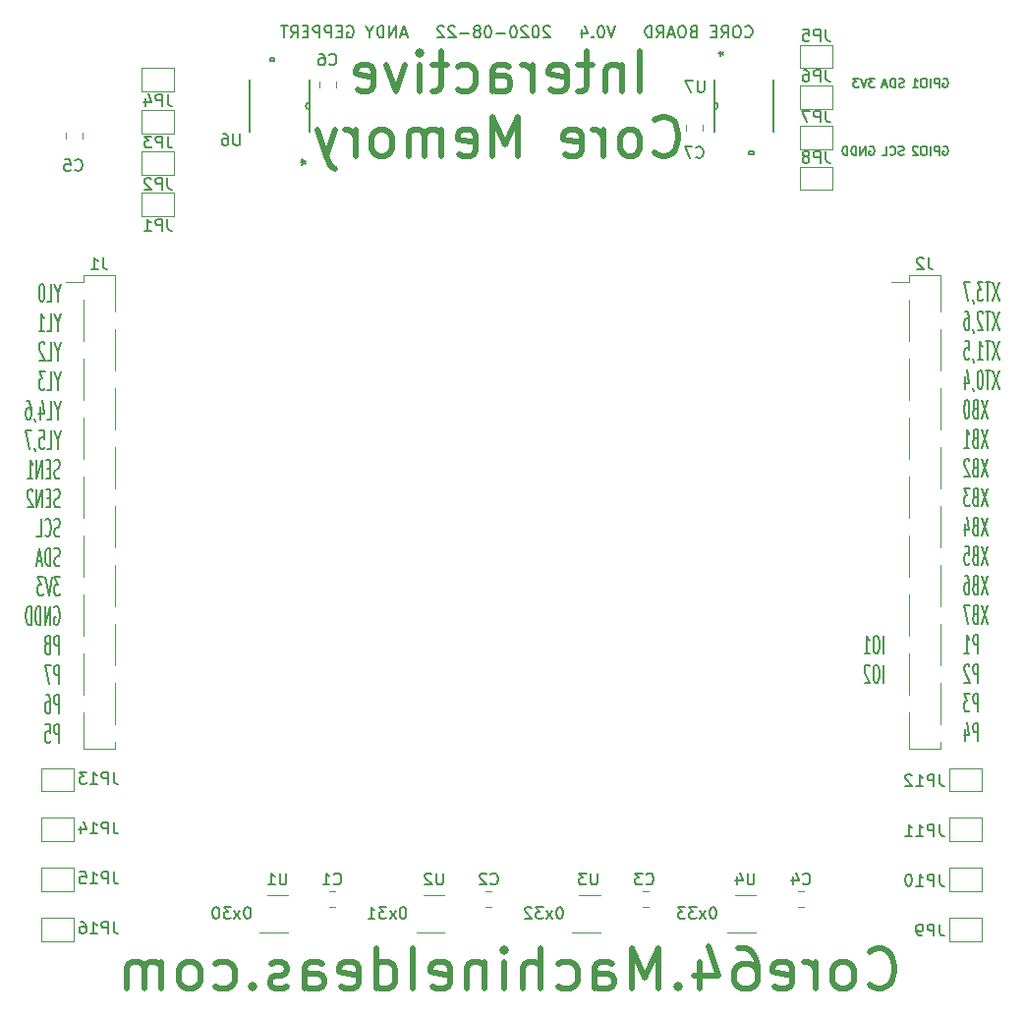
<source format=gbo>
G04 #@! TF.GenerationSoftware,KiCad,Pcbnew,(5.1.2-1)-1*
G04 #@! TF.CreationDate,2020-08-22T16:28:59-05:00*
G04 #@! TF.ProjectId,Core64 CB v0.4,436f7265-3634-4204-9342-2076302e342e,0.3*
G04 #@! TF.SameCoordinates,Original*
G04 #@! TF.FileFunction,Legend,Bot*
G04 #@! TF.FilePolarity,Positive*
%FSLAX46Y46*%
G04 Gerber Fmt 4.6, Leading zero omitted, Abs format (unit mm)*
G04 Created by KiCad (PCBNEW (5.1.2-1)-1) date 2020-08-22 16:28:59*
%MOMM*%
%LPD*%
G04 APERTURE LIST*
%ADD10C,0.160000*%
%ADD11C,0.500000*%
%ADD12C,0.150000*%
%ADD13C,0.120000*%
%ADD14C,0.152400*%
G04 APERTURE END LIST*
D10*
X32009476Y-12199761D02*
X32009476Y-10619761D01*
X31476142Y-10619761D02*
X31323761Y-10619761D01*
X31247571Y-10695000D01*
X31171380Y-10845476D01*
X31133285Y-11146428D01*
X31133285Y-11673095D01*
X31171380Y-11974047D01*
X31247571Y-12124523D01*
X31323761Y-12199761D01*
X31476142Y-12199761D01*
X31552333Y-12124523D01*
X31628523Y-11974047D01*
X31666619Y-11673095D01*
X31666619Y-11146428D01*
X31628523Y-10845476D01*
X31552333Y-10695000D01*
X31476142Y-10619761D01*
X30371380Y-12199761D02*
X30828523Y-12199761D01*
X30599952Y-12199761D02*
X30599952Y-10619761D01*
X30676142Y-10845476D01*
X30752333Y-10995952D01*
X30828523Y-11071190D01*
X32009476Y-14729761D02*
X32009476Y-13149761D01*
X31476142Y-13149761D02*
X31323761Y-13149761D01*
X31247571Y-13225000D01*
X31171380Y-13375476D01*
X31133285Y-13676428D01*
X31133285Y-14203095D01*
X31171380Y-14504047D01*
X31247571Y-14654523D01*
X31323761Y-14729761D01*
X31476142Y-14729761D01*
X31552333Y-14654523D01*
X31628523Y-14504047D01*
X31666619Y-14203095D01*
X31666619Y-13676428D01*
X31628523Y-13375476D01*
X31552333Y-13225000D01*
X31476142Y-13149761D01*
X30828523Y-13300238D02*
X30790428Y-13225000D01*
X30714238Y-13149761D01*
X30523761Y-13149761D01*
X30447571Y-13225000D01*
X30409476Y-13300238D01*
X30371380Y-13450714D01*
X30371380Y-13601190D01*
X30409476Y-13826904D01*
X30866619Y-14729761D01*
X30371380Y-14729761D01*
X-22730238Y-34027380D02*
X-22825476Y-34027380D01*
X-22920714Y-34075000D01*
X-22968333Y-34122619D01*
X-23015952Y-34217857D01*
X-23063571Y-34408333D01*
X-23063571Y-34646428D01*
X-23015952Y-34836904D01*
X-22968333Y-34932142D01*
X-22920714Y-34979761D01*
X-22825476Y-35027380D01*
X-22730238Y-35027380D01*
X-22635000Y-34979761D01*
X-22587380Y-34932142D01*
X-22539761Y-34836904D01*
X-22492142Y-34646428D01*
X-22492142Y-34408333D01*
X-22539761Y-34217857D01*
X-22587380Y-34122619D01*
X-22635000Y-34075000D01*
X-22730238Y-34027380D01*
X-23396904Y-35027380D02*
X-23920714Y-34360714D01*
X-23396904Y-34360714D02*
X-23920714Y-35027380D01*
X-24206428Y-34027380D02*
X-24825476Y-34027380D01*
X-24492142Y-34408333D01*
X-24635000Y-34408333D01*
X-24730238Y-34455952D01*
X-24777857Y-34503571D01*
X-24825476Y-34598809D01*
X-24825476Y-34836904D01*
X-24777857Y-34932142D01*
X-24730238Y-34979761D01*
X-24635000Y-35027380D01*
X-24349285Y-35027380D01*
X-24254047Y-34979761D01*
X-24206428Y-34932142D01*
X-25444523Y-34027380D02*
X-25539761Y-34027380D01*
X-25635000Y-34075000D01*
X-25682619Y-34122619D01*
X-25730238Y-34217857D01*
X-25777857Y-34408333D01*
X-25777857Y-34646428D01*
X-25730238Y-34836904D01*
X-25682619Y-34932142D01*
X-25635000Y-34979761D01*
X-25539761Y-35027380D01*
X-25444523Y-35027380D01*
X-25349285Y-34979761D01*
X-25301666Y-34932142D01*
X-25254047Y-34836904D01*
X-25206428Y-34646428D01*
X-25206428Y-34408333D01*
X-25254047Y-34217857D01*
X-25301666Y-34122619D01*
X-25349285Y-34075000D01*
X-25444523Y-34027380D01*
X-9330238Y-34027380D02*
X-9425476Y-34027380D01*
X-9520714Y-34075000D01*
X-9568333Y-34122619D01*
X-9615952Y-34217857D01*
X-9663571Y-34408333D01*
X-9663571Y-34646428D01*
X-9615952Y-34836904D01*
X-9568333Y-34932142D01*
X-9520714Y-34979761D01*
X-9425476Y-35027380D01*
X-9330238Y-35027380D01*
X-9235000Y-34979761D01*
X-9187380Y-34932142D01*
X-9139761Y-34836904D01*
X-9092142Y-34646428D01*
X-9092142Y-34408333D01*
X-9139761Y-34217857D01*
X-9187380Y-34122619D01*
X-9235000Y-34075000D01*
X-9330238Y-34027380D01*
X-9996904Y-35027380D02*
X-10520714Y-34360714D01*
X-9996904Y-34360714D02*
X-10520714Y-35027380D01*
X-10806428Y-34027380D02*
X-11425476Y-34027380D01*
X-11092142Y-34408333D01*
X-11235000Y-34408333D01*
X-11330238Y-34455952D01*
X-11377857Y-34503571D01*
X-11425476Y-34598809D01*
X-11425476Y-34836904D01*
X-11377857Y-34932142D01*
X-11330238Y-34979761D01*
X-11235000Y-35027380D01*
X-10949285Y-35027380D01*
X-10854047Y-34979761D01*
X-10806428Y-34932142D01*
X-12377857Y-35027380D02*
X-11806428Y-35027380D01*
X-12092142Y-35027380D02*
X-12092142Y-34027380D01*
X-11996904Y-34170238D01*
X-11901666Y-34265476D01*
X-11806428Y-34313095D01*
X4169761Y-34027380D02*
X4074523Y-34027380D01*
X3979285Y-34075000D01*
X3931666Y-34122619D01*
X3884047Y-34217857D01*
X3836428Y-34408333D01*
X3836428Y-34646428D01*
X3884047Y-34836904D01*
X3931666Y-34932142D01*
X3979285Y-34979761D01*
X4074523Y-35027380D01*
X4169761Y-35027380D01*
X4265000Y-34979761D01*
X4312619Y-34932142D01*
X4360238Y-34836904D01*
X4407857Y-34646428D01*
X4407857Y-34408333D01*
X4360238Y-34217857D01*
X4312619Y-34122619D01*
X4265000Y-34075000D01*
X4169761Y-34027380D01*
X3503095Y-35027380D02*
X2979285Y-34360714D01*
X3503095Y-34360714D02*
X2979285Y-35027380D01*
X2693571Y-34027380D02*
X2074523Y-34027380D01*
X2407857Y-34408333D01*
X2265000Y-34408333D01*
X2169761Y-34455952D01*
X2122142Y-34503571D01*
X2074523Y-34598809D01*
X2074523Y-34836904D01*
X2122142Y-34932142D01*
X2169761Y-34979761D01*
X2265000Y-35027380D01*
X2550714Y-35027380D01*
X2645952Y-34979761D01*
X2693571Y-34932142D01*
X1693571Y-34122619D02*
X1645952Y-34075000D01*
X1550714Y-34027380D01*
X1312619Y-34027380D01*
X1217380Y-34075000D01*
X1169761Y-34122619D01*
X1122142Y-34217857D01*
X1122142Y-34313095D01*
X1169761Y-34455952D01*
X1741190Y-35027380D01*
X1122142Y-35027380D01*
X17369761Y-34027380D02*
X17274523Y-34027380D01*
X17179285Y-34075000D01*
X17131666Y-34122619D01*
X17084047Y-34217857D01*
X17036428Y-34408333D01*
X17036428Y-34646428D01*
X17084047Y-34836904D01*
X17131666Y-34932142D01*
X17179285Y-34979761D01*
X17274523Y-35027380D01*
X17369761Y-35027380D01*
X17465000Y-34979761D01*
X17512619Y-34932142D01*
X17560238Y-34836904D01*
X17607857Y-34646428D01*
X17607857Y-34408333D01*
X17560238Y-34217857D01*
X17512619Y-34122619D01*
X17465000Y-34075000D01*
X17369761Y-34027380D01*
X16703095Y-35027380D02*
X16179285Y-34360714D01*
X16703095Y-34360714D02*
X16179285Y-35027380D01*
X15893571Y-34027380D02*
X15274523Y-34027380D01*
X15607857Y-34408333D01*
X15465000Y-34408333D01*
X15369761Y-34455952D01*
X15322142Y-34503571D01*
X15274523Y-34598809D01*
X15274523Y-34836904D01*
X15322142Y-34932142D01*
X15369761Y-34979761D01*
X15465000Y-35027380D01*
X15750714Y-35027380D01*
X15845952Y-34979761D01*
X15893571Y-34932142D01*
X14941190Y-34027380D02*
X14322142Y-34027380D01*
X14655476Y-34408333D01*
X14512619Y-34408333D01*
X14417380Y-34455952D01*
X14369761Y-34503571D01*
X14322142Y-34598809D01*
X14322142Y-34836904D01*
X14369761Y-34932142D01*
X14417380Y-34979761D01*
X14512619Y-35027380D01*
X14798333Y-35027380D01*
X14893571Y-34979761D01*
X14941190Y-34932142D01*
X-39131857Y18862619D02*
X-39131857Y18110238D01*
X-38865190Y19690238D02*
X-39131857Y18862619D01*
X-39398523Y19690238D01*
X-40046142Y18110238D02*
X-39665190Y18110238D01*
X-39665190Y19690238D01*
X-40465190Y19690238D02*
X-40541380Y19690238D01*
X-40617571Y19615000D01*
X-40655666Y19539761D01*
X-40693761Y19389285D01*
X-40731857Y19088333D01*
X-40731857Y18712142D01*
X-40693761Y18411190D01*
X-40655666Y18260714D01*
X-40617571Y18185476D01*
X-40541380Y18110238D01*
X-40465190Y18110238D01*
X-40389000Y18185476D01*
X-40350904Y18260714D01*
X-40312809Y18411190D01*
X-40274714Y18712142D01*
X-40274714Y19088333D01*
X-40312809Y19389285D01*
X-40350904Y19539761D01*
X-40389000Y19615000D01*
X-40465190Y19690238D01*
X-39131857Y16332619D02*
X-39131857Y15580238D01*
X-38865190Y17160238D02*
X-39131857Y16332619D01*
X-39398523Y17160238D01*
X-40046142Y15580238D02*
X-39665190Y15580238D01*
X-39665190Y17160238D01*
X-40731857Y15580238D02*
X-40274714Y15580238D01*
X-40503285Y15580238D02*
X-40503285Y17160238D01*
X-40427095Y16934523D01*
X-40350904Y16784047D01*
X-40274714Y16708809D01*
X-39131857Y13802619D02*
X-39131857Y13050238D01*
X-38865190Y14630238D02*
X-39131857Y13802619D01*
X-39398523Y14630238D01*
X-40046142Y13050238D02*
X-39665190Y13050238D01*
X-39665190Y14630238D01*
X-40274714Y14479761D02*
X-40312809Y14555000D01*
X-40389000Y14630238D01*
X-40579476Y14630238D01*
X-40655666Y14555000D01*
X-40693761Y14479761D01*
X-40731857Y14329285D01*
X-40731857Y14178809D01*
X-40693761Y13953095D01*
X-40236619Y13050238D01*
X-40731857Y13050238D01*
X-39131857Y11272619D02*
X-39131857Y10520238D01*
X-38865190Y12100238D02*
X-39131857Y11272619D01*
X-39398523Y12100238D01*
X-40046142Y10520238D02*
X-39665190Y10520238D01*
X-39665190Y12100238D01*
X-40236619Y12100238D02*
X-40731857Y12100238D01*
X-40465190Y11498333D01*
X-40579476Y11498333D01*
X-40655666Y11423095D01*
X-40693761Y11347857D01*
X-40731857Y11197380D01*
X-40731857Y10821190D01*
X-40693761Y10670714D01*
X-40655666Y10595476D01*
X-40579476Y10520238D01*
X-40350904Y10520238D01*
X-40274714Y10595476D01*
X-40236619Y10670714D01*
X-39131857Y8742619D02*
X-39131857Y7990238D01*
X-38865190Y9570238D02*
X-39131857Y8742619D01*
X-39398523Y9570238D01*
X-40046142Y7990238D02*
X-39665190Y7990238D01*
X-39665190Y9570238D01*
X-40655666Y9043571D02*
X-40655666Y7990238D01*
X-40465190Y9645476D02*
X-40274714Y8516904D01*
X-40769952Y8516904D01*
X-41112809Y8065476D02*
X-41112809Y7990238D01*
X-41074714Y7839761D01*
X-41036619Y7764523D01*
X-41798523Y9570238D02*
X-41646142Y9570238D01*
X-41569952Y9495000D01*
X-41531857Y9419761D01*
X-41455666Y9194047D01*
X-41417571Y8893095D01*
X-41417571Y8291190D01*
X-41455666Y8140714D01*
X-41493761Y8065476D01*
X-41569952Y7990238D01*
X-41722333Y7990238D01*
X-41798523Y8065476D01*
X-41836619Y8140714D01*
X-41874714Y8291190D01*
X-41874714Y8667380D01*
X-41836619Y8817857D01*
X-41798523Y8893095D01*
X-41722333Y8968333D01*
X-41569952Y8968333D01*
X-41493761Y8893095D01*
X-41455666Y8817857D01*
X-41417571Y8667380D01*
X-39131857Y6212619D02*
X-39131857Y5460238D01*
X-38865190Y7040238D02*
X-39131857Y6212619D01*
X-39398523Y7040238D01*
X-40046142Y5460238D02*
X-39665190Y5460238D01*
X-39665190Y7040238D01*
X-40693761Y7040238D02*
X-40312809Y7040238D01*
X-40274714Y6287857D01*
X-40312809Y6363095D01*
X-40389000Y6438333D01*
X-40579476Y6438333D01*
X-40655666Y6363095D01*
X-40693761Y6287857D01*
X-40731857Y6137380D01*
X-40731857Y5761190D01*
X-40693761Y5610714D01*
X-40655666Y5535476D01*
X-40579476Y5460238D01*
X-40389000Y5460238D01*
X-40312809Y5535476D01*
X-40274714Y5610714D01*
X-41112809Y5535476D02*
X-41112809Y5460238D01*
X-41074714Y5309761D01*
X-41036619Y5234523D01*
X-41379476Y7040238D02*
X-41912809Y7040238D01*
X-41569952Y5460238D01*
X-38941380Y3005476D02*
X-39055666Y2930238D01*
X-39246142Y2930238D01*
X-39322333Y3005476D01*
X-39360428Y3080714D01*
X-39398523Y3231190D01*
X-39398523Y3381666D01*
X-39360428Y3532142D01*
X-39322333Y3607380D01*
X-39246142Y3682619D01*
X-39093761Y3757857D01*
X-39017571Y3833095D01*
X-38979476Y3908333D01*
X-38941380Y4058809D01*
X-38941380Y4209285D01*
X-38979476Y4359761D01*
X-39017571Y4435000D01*
X-39093761Y4510238D01*
X-39284238Y4510238D01*
X-39398523Y4435000D01*
X-39741380Y3757857D02*
X-40008047Y3757857D01*
X-40122333Y2930238D02*
X-39741380Y2930238D01*
X-39741380Y4510238D01*
X-40122333Y4510238D01*
X-40465190Y2930238D02*
X-40465190Y4510238D01*
X-40922333Y2930238D01*
X-40922333Y4510238D01*
X-41722333Y2930238D02*
X-41265190Y2930238D01*
X-41493761Y2930238D02*
X-41493761Y4510238D01*
X-41417571Y4284523D01*
X-41341380Y4134047D01*
X-41265190Y4058809D01*
X-38941380Y475476D02*
X-39055666Y400238D01*
X-39246142Y400238D01*
X-39322333Y475476D01*
X-39360428Y550714D01*
X-39398523Y701190D01*
X-39398523Y851666D01*
X-39360428Y1002142D01*
X-39322333Y1077380D01*
X-39246142Y1152619D01*
X-39093761Y1227857D01*
X-39017571Y1303095D01*
X-38979476Y1378333D01*
X-38941380Y1528809D01*
X-38941380Y1679285D01*
X-38979476Y1829761D01*
X-39017571Y1905000D01*
X-39093761Y1980238D01*
X-39284238Y1980238D01*
X-39398523Y1905000D01*
X-39741380Y1227857D02*
X-40008047Y1227857D01*
X-40122333Y400238D02*
X-39741380Y400238D01*
X-39741380Y1980238D01*
X-40122333Y1980238D01*
X-40465190Y400238D02*
X-40465190Y1980238D01*
X-40922333Y400238D01*
X-40922333Y1980238D01*
X-41265190Y1829761D02*
X-41303285Y1905000D01*
X-41379476Y1980238D01*
X-41569952Y1980238D01*
X-41646142Y1905000D01*
X-41684238Y1829761D01*
X-41722333Y1679285D01*
X-41722333Y1528809D01*
X-41684238Y1303095D01*
X-41227095Y400238D01*
X-41722333Y400238D01*
X-38941380Y-2054523D02*
X-39055666Y-2129761D01*
X-39246142Y-2129761D01*
X-39322333Y-2054523D01*
X-39360428Y-1979285D01*
X-39398523Y-1828809D01*
X-39398523Y-1678333D01*
X-39360428Y-1527857D01*
X-39322333Y-1452619D01*
X-39246142Y-1377380D01*
X-39093761Y-1302142D01*
X-39017571Y-1226904D01*
X-38979476Y-1151666D01*
X-38941380Y-1001190D01*
X-38941380Y-850714D01*
X-38979476Y-700238D01*
X-39017571Y-625000D01*
X-39093761Y-549761D01*
X-39284238Y-549761D01*
X-39398523Y-625000D01*
X-40198523Y-1979285D02*
X-40160428Y-2054523D01*
X-40046142Y-2129761D01*
X-39969952Y-2129761D01*
X-39855666Y-2054523D01*
X-39779476Y-1904047D01*
X-39741380Y-1753571D01*
X-39703285Y-1452619D01*
X-39703285Y-1226904D01*
X-39741380Y-925952D01*
X-39779476Y-775476D01*
X-39855666Y-625000D01*
X-39969952Y-549761D01*
X-40046142Y-549761D01*
X-40160428Y-625000D01*
X-40198523Y-700238D01*
X-40922333Y-2129761D02*
X-40541380Y-2129761D01*
X-40541380Y-549761D01*
X-38941380Y-4584523D02*
X-39055666Y-4659761D01*
X-39246142Y-4659761D01*
X-39322333Y-4584523D01*
X-39360428Y-4509285D01*
X-39398523Y-4358809D01*
X-39398523Y-4208333D01*
X-39360428Y-4057857D01*
X-39322333Y-3982619D01*
X-39246142Y-3907380D01*
X-39093761Y-3832142D01*
X-39017571Y-3756904D01*
X-38979476Y-3681666D01*
X-38941380Y-3531190D01*
X-38941380Y-3380714D01*
X-38979476Y-3230238D01*
X-39017571Y-3155000D01*
X-39093761Y-3079761D01*
X-39284238Y-3079761D01*
X-39398523Y-3155000D01*
X-39741380Y-4659761D02*
X-39741380Y-3079761D01*
X-39931857Y-3079761D01*
X-40046142Y-3155000D01*
X-40122333Y-3305476D01*
X-40160428Y-3455952D01*
X-40198523Y-3756904D01*
X-40198523Y-3982619D01*
X-40160428Y-4283571D01*
X-40122333Y-4434047D01*
X-40046142Y-4584523D01*
X-39931857Y-4659761D01*
X-39741380Y-4659761D01*
X-40503285Y-4208333D02*
X-40884238Y-4208333D01*
X-40427095Y-4659761D02*
X-40693761Y-3079761D01*
X-40960428Y-4659761D01*
X-38903285Y-5609761D02*
X-39398523Y-5609761D01*
X-39131857Y-6211666D01*
X-39246142Y-6211666D01*
X-39322333Y-6286904D01*
X-39360428Y-6362142D01*
X-39398523Y-6512619D01*
X-39398523Y-6888809D01*
X-39360428Y-7039285D01*
X-39322333Y-7114523D01*
X-39246142Y-7189761D01*
X-39017571Y-7189761D01*
X-38941380Y-7114523D01*
X-38903285Y-7039285D01*
X-39627095Y-5609761D02*
X-39893761Y-7189761D01*
X-40160428Y-5609761D01*
X-40350904Y-5609761D02*
X-40846142Y-5609761D01*
X-40579476Y-6211666D01*
X-40693761Y-6211666D01*
X-40769952Y-6286904D01*
X-40808047Y-6362142D01*
X-40846142Y-6512619D01*
X-40846142Y-6888809D01*
X-40808047Y-7039285D01*
X-40769952Y-7114523D01*
X-40693761Y-7189761D01*
X-40465190Y-7189761D01*
X-40389000Y-7114523D01*
X-40350904Y-7039285D01*
X-39398523Y-8215000D02*
X-39322333Y-8139761D01*
X-39208047Y-8139761D01*
X-39093761Y-8215000D01*
X-39017571Y-8365476D01*
X-38979476Y-8515952D01*
X-38941380Y-8816904D01*
X-38941380Y-9042619D01*
X-38979476Y-9343571D01*
X-39017571Y-9494047D01*
X-39093761Y-9644523D01*
X-39208047Y-9719761D01*
X-39284238Y-9719761D01*
X-39398523Y-9644523D01*
X-39436619Y-9569285D01*
X-39436619Y-9042619D01*
X-39284238Y-9042619D01*
X-39779476Y-9719761D02*
X-39779476Y-8139761D01*
X-40236619Y-9719761D01*
X-40236619Y-8139761D01*
X-40617571Y-9719761D02*
X-40617571Y-8139761D01*
X-40808047Y-8139761D01*
X-40922333Y-8215000D01*
X-40998523Y-8365476D01*
X-41036619Y-8515952D01*
X-41074714Y-8816904D01*
X-41074714Y-9042619D01*
X-41036619Y-9343571D01*
X-40998523Y-9494047D01*
X-40922333Y-9644523D01*
X-40808047Y-9719761D01*
X-40617571Y-9719761D01*
X-41417571Y-9719761D02*
X-41417571Y-8139761D01*
X-41608047Y-8139761D01*
X-41722333Y-8215000D01*
X-41798523Y-8365476D01*
X-41836619Y-8515952D01*
X-41874714Y-8816904D01*
X-41874714Y-9042619D01*
X-41836619Y-9343571D01*
X-41798523Y-9494047D01*
X-41722333Y-9644523D01*
X-41608047Y-9719761D01*
X-41417571Y-9719761D01*
X-38979476Y-12249761D02*
X-38979476Y-10669761D01*
X-39284238Y-10669761D01*
X-39360428Y-10745000D01*
X-39398523Y-10820238D01*
X-39436619Y-10970714D01*
X-39436619Y-11196428D01*
X-39398523Y-11346904D01*
X-39360428Y-11422142D01*
X-39284238Y-11497380D01*
X-38979476Y-11497380D01*
X-39893761Y-11346904D02*
X-39817571Y-11271666D01*
X-39779476Y-11196428D01*
X-39741380Y-11045952D01*
X-39741380Y-10970714D01*
X-39779476Y-10820238D01*
X-39817571Y-10745000D01*
X-39893761Y-10669761D01*
X-40046142Y-10669761D01*
X-40122333Y-10745000D01*
X-40160428Y-10820238D01*
X-40198523Y-10970714D01*
X-40198523Y-11045952D01*
X-40160428Y-11196428D01*
X-40122333Y-11271666D01*
X-40046142Y-11346904D01*
X-39893761Y-11346904D01*
X-39817571Y-11422142D01*
X-39779476Y-11497380D01*
X-39741380Y-11647857D01*
X-39741380Y-11948809D01*
X-39779476Y-12099285D01*
X-39817571Y-12174523D01*
X-39893761Y-12249761D01*
X-40046142Y-12249761D01*
X-40122333Y-12174523D01*
X-40160428Y-12099285D01*
X-40198523Y-11948809D01*
X-40198523Y-11647857D01*
X-40160428Y-11497380D01*
X-40122333Y-11422142D01*
X-40046142Y-11346904D01*
X-38979476Y-14779761D02*
X-38979476Y-13199761D01*
X-39284238Y-13199761D01*
X-39360428Y-13275000D01*
X-39398523Y-13350238D01*
X-39436619Y-13500714D01*
X-39436619Y-13726428D01*
X-39398523Y-13876904D01*
X-39360428Y-13952142D01*
X-39284238Y-14027380D01*
X-38979476Y-14027380D01*
X-39703285Y-13199761D02*
X-40236619Y-13199761D01*
X-39893761Y-14779761D01*
X-38979476Y-17309761D02*
X-38979476Y-15729761D01*
X-39284238Y-15729761D01*
X-39360428Y-15805000D01*
X-39398523Y-15880238D01*
X-39436619Y-16030714D01*
X-39436619Y-16256428D01*
X-39398523Y-16406904D01*
X-39360428Y-16482142D01*
X-39284238Y-16557380D01*
X-38979476Y-16557380D01*
X-40122333Y-15729761D02*
X-39969952Y-15729761D01*
X-39893761Y-15805000D01*
X-39855666Y-15880238D01*
X-39779476Y-16105952D01*
X-39741380Y-16406904D01*
X-39741380Y-17008809D01*
X-39779476Y-17159285D01*
X-39817571Y-17234523D01*
X-39893761Y-17309761D01*
X-40046142Y-17309761D01*
X-40122333Y-17234523D01*
X-40160428Y-17159285D01*
X-40198523Y-17008809D01*
X-40198523Y-16632619D01*
X-40160428Y-16482142D01*
X-40122333Y-16406904D01*
X-40046142Y-16331666D01*
X-39893761Y-16331666D01*
X-39817571Y-16406904D01*
X-39779476Y-16482142D01*
X-39741380Y-16632619D01*
X-38979476Y-19839761D02*
X-38979476Y-18259761D01*
X-39284238Y-18259761D01*
X-39360428Y-18335000D01*
X-39398523Y-18410238D01*
X-39436619Y-18560714D01*
X-39436619Y-18786428D01*
X-39398523Y-18936904D01*
X-39360428Y-19012142D01*
X-39284238Y-19087380D01*
X-38979476Y-19087380D01*
X-40160428Y-18259761D02*
X-39779476Y-18259761D01*
X-39741380Y-19012142D01*
X-39779476Y-18936904D01*
X-39855666Y-18861666D01*
X-40046142Y-18861666D01*
X-40122333Y-18936904D01*
X-40160428Y-19012142D01*
X-40198523Y-19162619D01*
X-40198523Y-19538809D01*
X-40160428Y-19689285D01*
X-40122333Y-19764523D01*
X-40046142Y-19839761D01*
X-39855666Y-19839761D01*
X-39779476Y-19764523D01*
X-39741380Y-19689285D01*
X41980904Y19790238D02*
X41447571Y18210238D01*
X41447571Y19790238D02*
X41980904Y18210238D01*
X41257095Y19790238D02*
X40799952Y19790238D01*
X41028523Y18210238D02*
X41028523Y19790238D01*
X40609476Y19790238D02*
X40114238Y19790238D01*
X40380904Y19188333D01*
X40266619Y19188333D01*
X40190428Y19113095D01*
X40152333Y19037857D01*
X40114238Y18887380D01*
X40114238Y18511190D01*
X40152333Y18360714D01*
X40190428Y18285476D01*
X40266619Y18210238D01*
X40495190Y18210238D01*
X40571380Y18285476D01*
X40609476Y18360714D01*
X39733285Y18285476D02*
X39733285Y18210238D01*
X39771380Y18059761D01*
X39809476Y17984523D01*
X39466619Y19790238D02*
X38933285Y19790238D01*
X39276142Y18210238D01*
X41980904Y17260238D02*
X41447571Y15680238D01*
X41447571Y17260238D02*
X41980904Y15680238D01*
X41257095Y17260238D02*
X40799952Y17260238D01*
X41028523Y15680238D02*
X41028523Y17260238D01*
X40571380Y17109761D02*
X40533285Y17185000D01*
X40457095Y17260238D01*
X40266619Y17260238D01*
X40190428Y17185000D01*
X40152333Y17109761D01*
X40114238Y16959285D01*
X40114238Y16808809D01*
X40152333Y16583095D01*
X40609476Y15680238D01*
X40114238Y15680238D01*
X39733285Y15755476D02*
X39733285Y15680238D01*
X39771380Y15529761D01*
X39809476Y15454523D01*
X39047571Y17260238D02*
X39199952Y17260238D01*
X39276142Y17185000D01*
X39314238Y17109761D01*
X39390428Y16884047D01*
X39428523Y16583095D01*
X39428523Y15981190D01*
X39390428Y15830714D01*
X39352333Y15755476D01*
X39276142Y15680238D01*
X39123761Y15680238D01*
X39047571Y15755476D01*
X39009476Y15830714D01*
X38971380Y15981190D01*
X38971380Y16357380D01*
X39009476Y16507857D01*
X39047571Y16583095D01*
X39123761Y16658333D01*
X39276142Y16658333D01*
X39352333Y16583095D01*
X39390428Y16507857D01*
X39428523Y16357380D01*
X41980904Y14730238D02*
X41447571Y13150238D01*
X41447571Y14730238D02*
X41980904Y13150238D01*
X41257095Y14730238D02*
X40799952Y14730238D01*
X41028523Y13150238D02*
X41028523Y14730238D01*
X40114238Y13150238D02*
X40571380Y13150238D01*
X40342809Y13150238D02*
X40342809Y14730238D01*
X40419000Y14504523D01*
X40495190Y14354047D01*
X40571380Y14278809D01*
X39733285Y13225476D02*
X39733285Y13150238D01*
X39771380Y12999761D01*
X39809476Y12924523D01*
X39009476Y14730238D02*
X39390428Y14730238D01*
X39428523Y13977857D01*
X39390428Y14053095D01*
X39314238Y14128333D01*
X39123761Y14128333D01*
X39047571Y14053095D01*
X39009476Y13977857D01*
X38971380Y13827380D01*
X38971380Y13451190D01*
X39009476Y13300714D01*
X39047571Y13225476D01*
X39123761Y13150238D01*
X39314238Y13150238D01*
X39390428Y13225476D01*
X39428523Y13300714D01*
X41980904Y12200238D02*
X41447571Y10620238D01*
X41447571Y12200238D02*
X41980904Y10620238D01*
X41257095Y12200238D02*
X40799952Y12200238D01*
X41028523Y10620238D02*
X41028523Y12200238D01*
X40380904Y12200238D02*
X40304714Y12200238D01*
X40228523Y12125000D01*
X40190428Y12049761D01*
X40152333Y11899285D01*
X40114238Y11598333D01*
X40114238Y11222142D01*
X40152333Y10921190D01*
X40190428Y10770714D01*
X40228523Y10695476D01*
X40304714Y10620238D01*
X40380904Y10620238D01*
X40457095Y10695476D01*
X40495190Y10770714D01*
X40533285Y10921190D01*
X40571380Y11222142D01*
X40571380Y11598333D01*
X40533285Y11899285D01*
X40495190Y12049761D01*
X40457095Y12125000D01*
X40380904Y12200238D01*
X39733285Y10695476D02*
X39733285Y10620238D01*
X39771380Y10469761D01*
X39809476Y10394523D01*
X39047571Y11673571D02*
X39047571Y10620238D01*
X39238047Y12275476D02*
X39428523Y11146904D01*
X38933285Y11146904D01*
X41028523Y9670238D02*
X40495190Y8090238D01*
X40495190Y9670238D02*
X41028523Y8090238D01*
X39923761Y8917857D02*
X39809476Y8842619D01*
X39771380Y8767380D01*
X39733285Y8616904D01*
X39733285Y8391190D01*
X39771380Y8240714D01*
X39809476Y8165476D01*
X39885666Y8090238D01*
X40190428Y8090238D01*
X40190428Y9670238D01*
X39923761Y9670238D01*
X39847571Y9595000D01*
X39809476Y9519761D01*
X39771380Y9369285D01*
X39771380Y9218809D01*
X39809476Y9068333D01*
X39847571Y8993095D01*
X39923761Y8917857D01*
X40190428Y8917857D01*
X39238047Y9670238D02*
X39161857Y9670238D01*
X39085666Y9595000D01*
X39047571Y9519761D01*
X39009476Y9369285D01*
X38971380Y9068333D01*
X38971380Y8692142D01*
X39009476Y8391190D01*
X39047571Y8240714D01*
X39085666Y8165476D01*
X39161857Y8090238D01*
X39238047Y8090238D01*
X39314238Y8165476D01*
X39352333Y8240714D01*
X39390428Y8391190D01*
X39428523Y8692142D01*
X39428523Y9068333D01*
X39390428Y9369285D01*
X39352333Y9519761D01*
X39314238Y9595000D01*
X39238047Y9670238D01*
X41028523Y7140238D02*
X40495190Y5560238D01*
X40495190Y7140238D02*
X41028523Y5560238D01*
X39923761Y6387857D02*
X39809476Y6312619D01*
X39771380Y6237380D01*
X39733285Y6086904D01*
X39733285Y5861190D01*
X39771380Y5710714D01*
X39809476Y5635476D01*
X39885666Y5560238D01*
X40190428Y5560238D01*
X40190428Y7140238D01*
X39923761Y7140238D01*
X39847571Y7065000D01*
X39809476Y6989761D01*
X39771380Y6839285D01*
X39771380Y6688809D01*
X39809476Y6538333D01*
X39847571Y6463095D01*
X39923761Y6387857D01*
X40190428Y6387857D01*
X38971380Y5560238D02*
X39428523Y5560238D01*
X39199952Y5560238D02*
X39199952Y7140238D01*
X39276142Y6914523D01*
X39352333Y6764047D01*
X39428523Y6688809D01*
X41028523Y4610238D02*
X40495190Y3030238D01*
X40495190Y4610238D02*
X41028523Y3030238D01*
X39923761Y3857857D02*
X39809476Y3782619D01*
X39771380Y3707380D01*
X39733285Y3556904D01*
X39733285Y3331190D01*
X39771380Y3180714D01*
X39809476Y3105476D01*
X39885666Y3030238D01*
X40190428Y3030238D01*
X40190428Y4610238D01*
X39923761Y4610238D01*
X39847571Y4535000D01*
X39809476Y4459761D01*
X39771380Y4309285D01*
X39771380Y4158809D01*
X39809476Y4008333D01*
X39847571Y3933095D01*
X39923761Y3857857D01*
X40190428Y3857857D01*
X39428523Y4459761D02*
X39390428Y4535000D01*
X39314238Y4610238D01*
X39123761Y4610238D01*
X39047571Y4535000D01*
X39009476Y4459761D01*
X38971380Y4309285D01*
X38971380Y4158809D01*
X39009476Y3933095D01*
X39466619Y3030238D01*
X38971380Y3030238D01*
X41028523Y2080238D02*
X40495190Y500238D01*
X40495190Y2080238D02*
X41028523Y500238D01*
X39923761Y1327857D02*
X39809476Y1252619D01*
X39771380Y1177380D01*
X39733285Y1026904D01*
X39733285Y801190D01*
X39771380Y650714D01*
X39809476Y575476D01*
X39885666Y500238D01*
X40190428Y500238D01*
X40190428Y2080238D01*
X39923761Y2080238D01*
X39847571Y2005000D01*
X39809476Y1929761D01*
X39771380Y1779285D01*
X39771380Y1628809D01*
X39809476Y1478333D01*
X39847571Y1403095D01*
X39923761Y1327857D01*
X40190428Y1327857D01*
X39466619Y2080238D02*
X38971380Y2080238D01*
X39238047Y1478333D01*
X39123761Y1478333D01*
X39047571Y1403095D01*
X39009476Y1327857D01*
X38971380Y1177380D01*
X38971380Y801190D01*
X39009476Y650714D01*
X39047571Y575476D01*
X39123761Y500238D01*
X39352333Y500238D01*
X39428523Y575476D01*
X39466619Y650714D01*
X41028523Y-449761D02*
X40495190Y-2029761D01*
X40495190Y-449761D02*
X41028523Y-2029761D01*
X39923761Y-1202142D02*
X39809476Y-1277380D01*
X39771380Y-1352619D01*
X39733285Y-1503095D01*
X39733285Y-1728809D01*
X39771380Y-1879285D01*
X39809476Y-1954523D01*
X39885666Y-2029761D01*
X40190428Y-2029761D01*
X40190428Y-449761D01*
X39923761Y-449761D01*
X39847571Y-525000D01*
X39809476Y-600238D01*
X39771380Y-750714D01*
X39771380Y-901190D01*
X39809476Y-1051666D01*
X39847571Y-1126904D01*
X39923761Y-1202142D01*
X40190428Y-1202142D01*
X39047571Y-976428D02*
X39047571Y-2029761D01*
X39238047Y-374523D02*
X39428523Y-1503095D01*
X38933285Y-1503095D01*
X41028523Y-2979761D02*
X40495190Y-4559761D01*
X40495190Y-2979761D02*
X41028523Y-4559761D01*
X39923761Y-3732142D02*
X39809476Y-3807380D01*
X39771380Y-3882619D01*
X39733285Y-4033095D01*
X39733285Y-4258809D01*
X39771380Y-4409285D01*
X39809476Y-4484523D01*
X39885666Y-4559761D01*
X40190428Y-4559761D01*
X40190428Y-2979761D01*
X39923761Y-2979761D01*
X39847571Y-3055000D01*
X39809476Y-3130238D01*
X39771380Y-3280714D01*
X39771380Y-3431190D01*
X39809476Y-3581666D01*
X39847571Y-3656904D01*
X39923761Y-3732142D01*
X40190428Y-3732142D01*
X39009476Y-2979761D02*
X39390428Y-2979761D01*
X39428523Y-3732142D01*
X39390428Y-3656904D01*
X39314238Y-3581666D01*
X39123761Y-3581666D01*
X39047571Y-3656904D01*
X39009476Y-3732142D01*
X38971380Y-3882619D01*
X38971380Y-4258809D01*
X39009476Y-4409285D01*
X39047571Y-4484523D01*
X39123761Y-4559761D01*
X39314238Y-4559761D01*
X39390428Y-4484523D01*
X39428523Y-4409285D01*
X41028523Y-5509761D02*
X40495190Y-7089761D01*
X40495190Y-5509761D02*
X41028523Y-7089761D01*
X39923761Y-6262142D02*
X39809476Y-6337380D01*
X39771380Y-6412619D01*
X39733285Y-6563095D01*
X39733285Y-6788809D01*
X39771380Y-6939285D01*
X39809476Y-7014523D01*
X39885666Y-7089761D01*
X40190428Y-7089761D01*
X40190428Y-5509761D01*
X39923761Y-5509761D01*
X39847571Y-5585000D01*
X39809476Y-5660238D01*
X39771380Y-5810714D01*
X39771380Y-5961190D01*
X39809476Y-6111666D01*
X39847571Y-6186904D01*
X39923761Y-6262142D01*
X40190428Y-6262142D01*
X39047571Y-5509761D02*
X39199952Y-5509761D01*
X39276142Y-5585000D01*
X39314238Y-5660238D01*
X39390428Y-5885952D01*
X39428523Y-6186904D01*
X39428523Y-6788809D01*
X39390428Y-6939285D01*
X39352333Y-7014523D01*
X39276142Y-7089761D01*
X39123761Y-7089761D01*
X39047571Y-7014523D01*
X39009476Y-6939285D01*
X38971380Y-6788809D01*
X38971380Y-6412619D01*
X39009476Y-6262142D01*
X39047571Y-6186904D01*
X39123761Y-6111666D01*
X39276142Y-6111666D01*
X39352333Y-6186904D01*
X39390428Y-6262142D01*
X39428523Y-6412619D01*
X41028523Y-8039761D02*
X40495190Y-9619761D01*
X40495190Y-8039761D02*
X41028523Y-9619761D01*
X39923761Y-8792142D02*
X39809476Y-8867380D01*
X39771380Y-8942619D01*
X39733285Y-9093095D01*
X39733285Y-9318809D01*
X39771380Y-9469285D01*
X39809476Y-9544523D01*
X39885666Y-9619761D01*
X40190428Y-9619761D01*
X40190428Y-8039761D01*
X39923761Y-8039761D01*
X39847571Y-8115000D01*
X39809476Y-8190238D01*
X39771380Y-8340714D01*
X39771380Y-8491190D01*
X39809476Y-8641666D01*
X39847571Y-8716904D01*
X39923761Y-8792142D01*
X40190428Y-8792142D01*
X39466619Y-8039761D02*
X38933285Y-8039761D01*
X39276142Y-9619761D01*
X40190428Y-12149761D02*
X40190428Y-10569761D01*
X39885666Y-10569761D01*
X39809476Y-10645000D01*
X39771380Y-10720238D01*
X39733285Y-10870714D01*
X39733285Y-11096428D01*
X39771380Y-11246904D01*
X39809476Y-11322142D01*
X39885666Y-11397380D01*
X40190428Y-11397380D01*
X38971380Y-12149761D02*
X39428523Y-12149761D01*
X39199952Y-12149761D02*
X39199952Y-10569761D01*
X39276142Y-10795476D01*
X39352333Y-10945952D01*
X39428523Y-11021190D01*
X40190428Y-14679761D02*
X40190428Y-13099761D01*
X39885666Y-13099761D01*
X39809476Y-13175000D01*
X39771380Y-13250238D01*
X39733285Y-13400714D01*
X39733285Y-13626428D01*
X39771380Y-13776904D01*
X39809476Y-13852142D01*
X39885666Y-13927380D01*
X40190428Y-13927380D01*
X39428523Y-13250238D02*
X39390428Y-13175000D01*
X39314238Y-13099761D01*
X39123761Y-13099761D01*
X39047571Y-13175000D01*
X39009476Y-13250238D01*
X38971380Y-13400714D01*
X38971380Y-13551190D01*
X39009476Y-13776904D01*
X39466619Y-14679761D01*
X38971380Y-14679761D01*
X40190428Y-17209761D02*
X40190428Y-15629761D01*
X39885666Y-15629761D01*
X39809476Y-15705000D01*
X39771380Y-15780238D01*
X39733285Y-15930714D01*
X39733285Y-16156428D01*
X39771380Y-16306904D01*
X39809476Y-16382142D01*
X39885666Y-16457380D01*
X40190428Y-16457380D01*
X39466619Y-15629761D02*
X38971380Y-15629761D01*
X39238047Y-16231666D01*
X39123761Y-16231666D01*
X39047571Y-16306904D01*
X39009476Y-16382142D01*
X38971380Y-16532619D01*
X38971380Y-16908809D01*
X39009476Y-17059285D01*
X39047571Y-17134523D01*
X39123761Y-17209761D01*
X39352333Y-17209761D01*
X39428523Y-17134523D01*
X39466619Y-17059285D01*
X40190428Y-19739761D02*
X40190428Y-18159761D01*
X39885666Y-18159761D01*
X39809476Y-18235000D01*
X39771380Y-18310238D01*
X39733285Y-18460714D01*
X39733285Y-18686428D01*
X39771380Y-18836904D01*
X39809476Y-18912142D01*
X39885666Y-18987380D01*
X40190428Y-18987380D01*
X39047571Y-18686428D02*
X39047571Y-19739761D01*
X39238047Y-18084523D02*
X39428523Y-19213095D01*
X38933285Y-19213095D01*
D11*
X30815000Y-40750000D02*
X30981666Y-40916666D01*
X31481666Y-41083333D01*
X31815000Y-41083333D01*
X32315000Y-40916666D01*
X32648333Y-40583333D01*
X32815000Y-40250000D01*
X32981666Y-39583333D01*
X32981666Y-39083333D01*
X32815000Y-38416666D01*
X32648333Y-38083333D01*
X32315000Y-37750000D01*
X31815000Y-37583333D01*
X31481666Y-37583333D01*
X30981666Y-37750000D01*
X30815000Y-37916666D01*
X28815000Y-41083333D02*
X29148333Y-40916666D01*
X29315000Y-40750000D01*
X29481666Y-40416666D01*
X29481666Y-39416666D01*
X29315000Y-39083333D01*
X29148333Y-38916666D01*
X28815000Y-38750000D01*
X28315000Y-38750000D01*
X27981666Y-38916666D01*
X27815000Y-39083333D01*
X27648333Y-39416666D01*
X27648333Y-40416666D01*
X27815000Y-40750000D01*
X27981666Y-40916666D01*
X28315000Y-41083333D01*
X28815000Y-41083333D01*
X26148333Y-41083333D02*
X26148333Y-38750000D01*
X26148333Y-39416666D02*
X25981666Y-39083333D01*
X25815000Y-38916666D01*
X25481666Y-38750000D01*
X25148333Y-38750000D01*
X22648333Y-40916666D02*
X22981666Y-41083333D01*
X23648333Y-41083333D01*
X23981666Y-40916666D01*
X24148333Y-40583333D01*
X24148333Y-39250000D01*
X23981666Y-38916666D01*
X23648333Y-38750000D01*
X22981666Y-38750000D01*
X22648333Y-38916666D01*
X22481666Y-39250000D01*
X22481666Y-39583333D01*
X24148333Y-39916666D01*
X19481666Y-37583333D02*
X20148333Y-37583333D01*
X20481666Y-37750000D01*
X20648333Y-37916666D01*
X20981666Y-38416666D01*
X21148333Y-39083333D01*
X21148333Y-40416666D01*
X20981666Y-40750000D01*
X20815000Y-40916666D01*
X20481666Y-41083333D01*
X19815000Y-41083333D01*
X19481666Y-40916666D01*
X19315000Y-40750000D01*
X19148333Y-40416666D01*
X19148333Y-39583333D01*
X19315000Y-39250000D01*
X19481666Y-39083333D01*
X19815000Y-38916666D01*
X20481666Y-38916666D01*
X20815000Y-39083333D01*
X20981666Y-39250000D01*
X21148333Y-39583333D01*
X16148333Y-38750000D02*
X16148333Y-41083333D01*
X16981666Y-37416666D02*
X17815000Y-39916666D01*
X15648333Y-39916666D01*
X14315000Y-40750000D02*
X14148333Y-40916666D01*
X14315000Y-41083333D01*
X14481666Y-40916666D01*
X14315000Y-40750000D01*
X14315000Y-41083333D01*
X12648333Y-41083333D02*
X12648333Y-37583333D01*
X11481666Y-40083333D01*
X10315000Y-37583333D01*
X10315000Y-41083333D01*
X7148333Y-41083333D02*
X7148333Y-39250000D01*
X7315000Y-38916666D01*
X7648333Y-38750000D01*
X8315000Y-38750000D01*
X8648333Y-38916666D01*
X7148333Y-40916666D02*
X7481666Y-41083333D01*
X8315000Y-41083333D01*
X8648333Y-40916666D01*
X8815000Y-40583333D01*
X8815000Y-40250000D01*
X8648333Y-39916666D01*
X8315000Y-39750000D01*
X7481666Y-39750000D01*
X7148333Y-39583333D01*
X3981666Y-40916666D02*
X4315000Y-41083333D01*
X4981666Y-41083333D01*
X5315000Y-40916666D01*
X5481666Y-40750000D01*
X5648333Y-40416666D01*
X5648333Y-39416666D01*
X5481666Y-39083333D01*
X5315000Y-38916666D01*
X4981666Y-38750000D01*
X4315000Y-38750000D01*
X3981666Y-38916666D01*
X2481666Y-41083333D02*
X2481666Y-37583333D01*
X981666Y-41083333D02*
X981666Y-39250000D01*
X1148333Y-38916666D01*
X1481666Y-38750000D01*
X1981666Y-38750000D01*
X2315000Y-38916666D01*
X2481666Y-39083333D01*
X-684999Y-41083333D02*
X-684999Y-38750000D01*
X-684999Y-37583333D02*
X-518333Y-37750000D01*
X-684999Y-37916666D01*
X-851666Y-37750000D01*
X-684999Y-37583333D01*
X-684999Y-37916666D01*
X-2351666Y-38750000D02*
X-2351666Y-41083333D01*
X-2351666Y-39083333D02*
X-2518333Y-38916666D01*
X-2851666Y-38750000D01*
X-3351666Y-38750000D01*
X-3684999Y-38916666D01*
X-3851666Y-39250000D01*
X-3851666Y-41083333D01*
X-6851666Y-40916666D02*
X-6518333Y-41083333D01*
X-5851666Y-41083333D01*
X-5518333Y-40916666D01*
X-5351666Y-40583333D01*
X-5351666Y-39250000D01*
X-5518333Y-38916666D01*
X-5851666Y-38750000D01*
X-6518333Y-38750000D01*
X-6851666Y-38916666D01*
X-7018333Y-39250000D01*
X-7018333Y-39583333D01*
X-5351666Y-39916666D01*
X-8518333Y-41083333D02*
X-8518333Y-37583333D01*
X-11684999Y-41083333D02*
X-11684999Y-37583333D01*
X-11684999Y-40916666D02*
X-11351666Y-41083333D01*
X-10684999Y-41083333D01*
X-10351666Y-40916666D01*
X-10184999Y-40750000D01*
X-10018333Y-40416666D01*
X-10018333Y-39416666D01*
X-10184999Y-39083333D01*
X-10351666Y-38916666D01*
X-10684999Y-38750000D01*
X-11351666Y-38750000D01*
X-11684999Y-38916666D01*
X-14684999Y-40916666D02*
X-14351666Y-41083333D01*
X-13684999Y-41083333D01*
X-13351666Y-40916666D01*
X-13184999Y-40583333D01*
X-13184999Y-39250000D01*
X-13351666Y-38916666D01*
X-13684999Y-38750000D01*
X-14351666Y-38750000D01*
X-14684999Y-38916666D01*
X-14851666Y-39250000D01*
X-14851666Y-39583333D01*
X-13184999Y-39916666D01*
X-17851666Y-41083333D02*
X-17851666Y-39250000D01*
X-17684999Y-38916666D01*
X-17351666Y-38750000D01*
X-16684999Y-38750000D01*
X-16351666Y-38916666D01*
X-17851666Y-40916666D02*
X-17518333Y-41083333D01*
X-16684999Y-41083333D01*
X-16351666Y-40916666D01*
X-16184999Y-40583333D01*
X-16184999Y-40250000D01*
X-16351666Y-39916666D01*
X-16684999Y-39750000D01*
X-17518333Y-39750000D01*
X-17851666Y-39583333D01*
X-19351666Y-40916666D02*
X-19684999Y-41083333D01*
X-20351666Y-41083333D01*
X-20684999Y-40916666D01*
X-20851666Y-40583333D01*
X-20851666Y-40416666D01*
X-20684999Y-40083333D01*
X-20351666Y-39916666D01*
X-19851666Y-39916666D01*
X-19518333Y-39750000D01*
X-19351666Y-39416666D01*
X-19351666Y-39250000D01*
X-19518333Y-38916666D01*
X-19851666Y-38750000D01*
X-20351666Y-38750000D01*
X-20684999Y-38916666D01*
X-22351666Y-40750000D02*
X-22518333Y-40916666D01*
X-22351666Y-41083333D01*
X-22184999Y-40916666D01*
X-22351666Y-40750000D01*
X-22351666Y-41083333D01*
X-25518333Y-40916666D02*
X-25184999Y-41083333D01*
X-24518333Y-41083333D01*
X-24184999Y-40916666D01*
X-24018333Y-40750000D01*
X-23851666Y-40416666D01*
X-23851666Y-39416666D01*
X-24018333Y-39083333D01*
X-24184999Y-38916666D01*
X-24518333Y-38750000D01*
X-25184999Y-38750000D01*
X-25518333Y-38916666D01*
X-27518333Y-41083333D02*
X-27184999Y-40916666D01*
X-27018333Y-40750000D01*
X-26851666Y-40416666D01*
X-26851666Y-39416666D01*
X-27018333Y-39083333D01*
X-27184999Y-38916666D01*
X-27518333Y-38750000D01*
X-28018333Y-38750000D01*
X-28351666Y-38916666D01*
X-28518333Y-39083333D01*
X-28684999Y-39416666D01*
X-28684999Y-40416666D01*
X-28518333Y-40750000D01*
X-28351666Y-40916666D01*
X-28018333Y-41083333D01*
X-27518333Y-41083333D01*
X-30184999Y-41083333D02*
X-30184999Y-38750000D01*
X-30184999Y-39083333D02*
X-30351666Y-38916666D01*
X-30684999Y-38750000D01*
X-31184999Y-38750000D01*
X-31518333Y-38916666D01*
X-31684999Y-39250000D01*
X-31684999Y-41083333D01*
X-31684999Y-39250000D02*
X-31851666Y-38916666D01*
X-32184999Y-38750000D01*
X-32684999Y-38750000D01*
X-33018333Y-38916666D01*
X-33184999Y-39250000D01*
X-33184999Y-41083333D01*
D12*
X20100714Y40992857D02*
X20148333Y40945238D01*
X20291190Y40897619D01*
X20386428Y40897619D01*
X20529285Y40945238D01*
X20624523Y41040476D01*
X20672142Y41135714D01*
X20719761Y41326190D01*
X20719761Y41469047D01*
X20672142Y41659523D01*
X20624523Y41754761D01*
X20529285Y41850000D01*
X20386428Y41897619D01*
X20291190Y41897619D01*
X20148333Y41850000D01*
X20100714Y41802380D01*
X19481666Y41897619D02*
X19291190Y41897619D01*
X19195952Y41850000D01*
X19100714Y41754761D01*
X19053095Y41564285D01*
X19053095Y41230952D01*
X19100714Y41040476D01*
X19195952Y40945238D01*
X19291190Y40897619D01*
X19481666Y40897619D01*
X19576904Y40945238D01*
X19672142Y41040476D01*
X19719761Y41230952D01*
X19719761Y41564285D01*
X19672142Y41754761D01*
X19576904Y41850000D01*
X19481666Y41897619D01*
X18053095Y40897619D02*
X18386428Y41373809D01*
X18624523Y40897619D02*
X18624523Y41897619D01*
X18243571Y41897619D01*
X18148333Y41850000D01*
X18100714Y41802380D01*
X18053095Y41707142D01*
X18053095Y41564285D01*
X18100714Y41469047D01*
X18148333Y41421428D01*
X18243571Y41373809D01*
X18624523Y41373809D01*
X17624523Y41421428D02*
X17291190Y41421428D01*
X17148333Y40897619D02*
X17624523Y40897619D01*
X17624523Y41897619D01*
X17148333Y41897619D01*
X15624523Y41421428D02*
X15481666Y41373809D01*
X15434047Y41326190D01*
X15386428Y41230952D01*
X15386428Y41088095D01*
X15434047Y40992857D01*
X15481666Y40945238D01*
X15576904Y40897619D01*
X15957857Y40897619D01*
X15957857Y41897619D01*
X15624523Y41897619D01*
X15529285Y41850000D01*
X15481666Y41802380D01*
X15434047Y41707142D01*
X15434047Y41611904D01*
X15481666Y41516666D01*
X15529285Y41469047D01*
X15624523Y41421428D01*
X15957857Y41421428D01*
X14767380Y41897619D02*
X14576904Y41897619D01*
X14481666Y41850000D01*
X14386428Y41754761D01*
X14338809Y41564285D01*
X14338809Y41230952D01*
X14386428Y41040476D01*
X14481666Y40945238D01*
X14576904Y40897619D01*
X14767380Y40897619D01*
X14862619Y40945238D01*
X14957857Y41040476D01*
X15005476Y41230952D01*
X15005476Y41564285D01*
X14957857Y41754761D01*
X14862619Y41850000D01*
X14767380Y41897619D01*
X13957857Y41183333D02*
X13481666Y41183333D01*
X14053095Y40897619D02*
X13719761Y41897619D01*
X13386428Y40897619D01*
X12481666Y40897619D02*
X12815000Y41373809D01*
X13053095Y40897619D02*
X13053095Y41897619D01*
X12672142Y41897619D01*
X12576904Y41850000D01*
X12529285Y41802380D01*
X12481666Y41707142D01*
X12481666Y41564285D01*
X12529285Y41469047D01*
X12576904Y41421428D01*
X12672142Y41373809D01*
X13053095Y41373809D01*
X12053095Y40897619D02*
X12053095Y41897619D01*
X11815000Y41897619D01*
X11672142Y41850000D01*
X11576904Y41754761D01*
X11529285Y41659523D01*
X11481666Y41469047D01*
X11481666Y41326190D01*
X11529285Y41135714D01*
X11576904Y41040476D01*
X11672142Y40945238D01*
X11815000Y40897619D01*
X12053095Y40897619D01*
X8910238Y41897619D02*
X8576904Y40897619D01*
X8243571Y41897619D01*
X7719761Y41897619D02*
X7624523Y41897619D01*
X7529285Y41850000D01*
X7481666Y41802380D01*
X7434047Y41707142D01*
X7386428Y41516666D01*
X7386428Y41278571D01*
X7434047Y41088095D01*
X7481666Y40992857D01*
X7529285Y40945238D01*
X7624523Y40897619D01*
X7719761Y40897619D01*
X7815000Y40945238D01*
X7862619Y40992857D01*
X7910238Y41088095D01*
X7957857Y41278571D01*
X7957857Y41516666D01*
X7910238Y41707142D01*
X7862619Y41802380D01*
X7815000Y41850000D01*
X7719761Y41897619D01*
X6957857Y40992857D02*
X6910238Y40945238D01*
X6957857Y40897619D01*
X7005476Y40945238D01*
X6957857Y40992857D01*
X6957857Y40897619D01*
X6053095Y41564285D02*
X6053095Y40897619D01*
X6291190Y41945238D02*
X6529285Y41230952D01*
X5910238Y41230952D01*
X3291190Y41802380D02*
X3243571Y41850000D01*
X3148333Y41897619D01*
X2910238Y41897619D01*
X2815000Y41850000D01*
X2767380Y41802380D01*
X2719761Y41707142D01*
X2719761Y41611904D01*
X2767380Y41469047D01*
X3338809Y40897619D01*
X2719761Y40897619D01*
X2100714Y41897619D02*
X2005476Y41897619D01*
X1910238Y41850000D01*
X1862619Y41802380D01*
X1815000Y41707142D01*
X1767380Y41516666D01*
X1767380Y41278571D01*
X1815000Y41088095D01*
X1862619Y40992857D01*
X1910238Y40945238D01*
X2005476Y40897619D01*
X2100714Y40897619D01*
X2195952Y40945238D01*
X2243571Y40992857D01*
X2291190Y41088095D01*
X2338809Y41278571D01*
X2338809Y41516666D01*
X2291190Y41707142D01*
X2243571Y41802380D01*
X2195952Y41850000D01*
X2100714Y41897619D01*
X1386428Y41802380D02*
X1338809Y41850000D01*
X1243571Y41897619D01*
X1005476Y41897619D01*
X910238Y41850000D01*
X862619Y41802380D01*
X815000Y41707142D01*
X815000Y41611904D01*
X862619Y41469047D01*
X1434047Y40897619D01*
X815000Y40897619D01*
X195952Y41897619D02*
X100714Y41897619D01*
X5476Y41850000D01*
X-42142Y41802380D01*
X-89761Y41707142D01*
X-137380Y41516666D01*
X-137380Y41278571D01*
X-89761Y41088095D01*
X-42142Y40992857D01*
X5476Y40945238D01*
X100714Y40897619D01*
X195952Y40897619D01*
X291190Y40945238D01*
X338809Y40992857D01*
X386428Y41088095D01*
X434047Y41278571D01*
X434047Y41516666D01*
X386428Y41707142D01*
X338809Y41802380D01*
X291190Y41850000D01*
X195952Y41897619D01*
X-565952Y41278571D02*
X-1327857Y41278571D01*
X-1994523Y41897619D02*
X-2089761Y41897619D01*
X-2184999Y41850000D01*
X-2232619Y41802380D01*
X-2280238Y41707142D01*
X-2327857Y41516666D01*
X-2327857Y41278571D01*
X-2280238Y41088095D01*
X-2232619Y40992857D01*
X-2184999Y40945238D01*
X-2089761Y40897619D01*
X-1994523Y40897619D01*
X-1899285Y40945238D01*
X-1851666Y40992857D01*
X-1804047Y41088095D01*
X-1756428Y41278571D01*
X-1756428Y41516666D01*
X-1804047Y41707142D01*
X-1851666Y41802380D01*
X-1899285Y41850000D01*
X-1994523Y41897619D01*
X-2899285Y41469047D02*
X-2804047Y41516666D01*
X-2756428Y41564285D01*
X-2708809Y41659523D01*
X-2708809Y41707142D01*
X-2756428Y41802380D01*
X-2804047Y41850000D01*
X-2899285Y41897619D01*
X-3089761Y41897619D01*
X-3184999Y41850000D01*
X-3232619Y41802380D01*
X-3280238Y41707142D01*
X-3280238Y41659523D01*
X-3232619Y41564285D01*
X-3184999Y41516666D01*
X-3089761Y41469047D01*
X-2899285Y41469047D01*
X-2804047Y41421428D01*
X-2756428Y41373809D01*
X-2708809Y41278571D01*
X-2708809Y41088095D01*
X-2756428Y40992857D01*
X-2804047Y40945238D01*
X-2899285Y40897619D01*
X-3089761Y40897619D01*
X-3184999Y40945238D01*
X-3232619Y40992857D01*
X-3280238Y41088095D01*
X-3280238Y41278571D01*
X-3232619Y41373809D01*
X-3184999Y41421428D01*
X-3089761Y41469047D01*
X-3708809Y41278571D02*
X-4470714Y41278571D01*
X-4899285Y41802380D02*
X-4946904Y41850000D01*
X-5042142Y41897619D01*
X-5280238Y41897619D01*
X-5375476Y41850000D01*
X-5423095Y41802380D01*
X-5470714Y41707142D01*
X-5470714Y41611904D01*
X-5423095Y41469047D01*
X-4851666Y40897619D01*
X-5470714Y40897619D01*
X-5851666Y41802380D02*
X-5899285Y41850000D01*
X-5994523Y41897619D01*
X-6232619Y41897619D01*
X-6327857Y41850000D01*
X-6375476Y41802380D01*
X-6423095Y41707142D01*
X-6423095Y41611904D01*
X-6375476Y41469047D01*
X-5804047Y40897619D01*
X-6423095Y40897619D01*
X-9089761Y41183333D02*
X-9565952Y41183333D01*
X-8994523Y40897619D02*
X-9327857Y41897619D01*
X-9661190Y40897619D01*
X-9994523Y40897619D02*
X-9994523Y41897619D01*
X-10565952Y40897619D01*
X-10565952Y41897619D01*
X-11042142Y40897619D02*
X-11042142Y41897619D01*
X-11280238Y41897619D01*
X-11423095Y41850000D01*
X-11518333Y41754761D01*
X-11565952Y41659523D01*
X-11613571Y41469047D01*
X-11613571Y41326190D01*
X-11565952Y41135714D01*
X-11518333Y41040476D01*
X-11423095Y40945238D01*
X-11280238Y40897619D01*
X-11042142Y40897619D01*
X-12232619Y41373809D02*
X-12232619Y40897619D01*
X-11899285Y41897619D02*
X-12232619Y41373809D01*
X-12565952Y41897619D01*
X-14184999Y41850000D02*
X-14089761Y41897619D01*
X-13946904Y41897619D01*
X-13804047Y41850000D01*
X-13708809Y41754761D01*
X-13661190Y41659523D01*
X-13613571Y41469047D01*
X-13613571Y41326190D01*
X-13661190Y41135714D01*
X-13708809Y41040476D01*
X-13804047Y40945238D01*
X-13946904Y40897619D01*
X-14042142Y40897619D01*
X-14184999Y40945238D01*
X-14232619Y40992857D01*
X-14232619Y41326190D01*
X-14042142Y41326190D01*
X-14661190Y41421428D02*
X-14994523Y41421428D01*
X-15137380Y40897619D02*
X-14661190Y40897619D01*
X-14661190Y41897619D01*
X-15137380Y41897619D01*
X-15565952Y40897619D02*
X-15565952Y41897619D01*
X-15946904Y41897619D01*
X-16042142Y41850000D01*
X-16089761Y41802380D01*
X-16137380Y41707142D01*
X-16137380Y41564285D01*
X-16089761Y41469047D01*
X-16042142Y41421428D01*
X-15946904Y41373809D01*
X-15565952Y41373809D01*
X-16565952Y40897619D02*
X-16565952Y41897619D01*
X-16946904Y41897619D01*
X-17042142Y41850000D01*
X-17089761Y41802380D01*
X-17137380Y41707142D01*
X-17137380Y41564285D01*
X-17089761Y41469047D01*
X-17042142Y41421428D01*
X-16946904Y41373809D01*
X-16565952Y41373809D01*
X-17565952Y41421428D02*
X-17899285Y41421428D01*
X-18042142Y40897619D02*
X-17565952Y40897619D01*
X-17565952Y41897619D01*
X-18042142Y41897619D01*
X-19042142Y40897619D02*
X-18708809Y41373809D01*
X-18470714Y40897619D02*
X-18470714Y41897619D01*
X-18851666Y41897619D01*
X-18946904Y41850000D01*
X-18994523Y41802380D01*
X-19042142Y41707142D01*
X-19042142Y41564285D01*
X-18994523Y41469047D01*
X-18946904Y41421428D01*
X-18851666Y41373809D01*
X-18470714Y41373809D01*
X-19327857Y41897619D02*
X-19899285Y41897619D01*
X-19613571Y40897619D02*
X-19613571Y41897619D01*
D11*
X11043571Y36286904D02*
X11043571Y39686904D01*
X9472142Y38553571D02*
X9472142Y36286904D01*
X9472142Y38229761D02*
X9315000Y38391666D01*
X9000714Y38553571D01*
X8529285Y38553571D01*
X8215000Y38391666D01*
X8057857Y38067857D01*
X8057857Y36286904D01*
X6957857Y38553571D02*
X5700714Y38553571D01*
X6486428Y39686904D02*
X6486428Y36772619D01*
X6329285Y36448809D01*
X6014999Y36286904D01*
X5700714Y36286904D01*
X3343571Y36448809D02*
X3657857Y36286904D01*
X4286428Y36286904D01*
X4600714Y36448809D01*
X4757857Y36772619D01*
X4757857Y38067857D01*
X4600714Y38391666D01*
X4286428Y38553571D01*
X3657857Y38553571D01*
X3343571Y38391666D01*
X3186428Y38067857D01*
X3186428Y37744047D01*
X4757857Y37420238D01*
X1772142Y36286904D02*
X1772142Y38553571D01*
X1772142Y37905952D02*
X1614999Y38229761D01*
X1457857Y38391666D01*
X1143571Y38553571D01*
X829285Y38553571D01*
X-1685000Y36286904D02*
X-1685000Y38067857D01*
X-1527857Y38391666D01*
X-1213571Y38553571D01*
X-585000Y38553571D01*
X-270714Y38391666D01*
X-1685000Y36448809D02*
X-1370714Y36286904D01*
X-585000Y36286904D01*
X-270714Y36448809D01*
X-113571Y36772619D01*
X-113571Y37096428D01*
X-270714Y37420238D01*
X-585000Y37582142D01*
X-1370714Y37582142D01*
X-1685000Y37744047D01*
X-4670714Y36448809D02*
X-4356428Y36286904D01*
X-3727857Y36286904D01*
X-3413571Y36448809D01*
X-3256428Y36610714D01*
X-3099285Y36934523D01*
X-3099285Y37905952D01*
X-3256428Y38229761D01*
X-3413571Y38391666D01*
X-3727857Y38553571D01*
X-4356428Y38553571D01*
X-4670714Y38391666D01*
X-5613571Y38553571D02*
X-6870714Y38553571D01*
X-6085000Y39686904D02*
X-6085000Y36772619D01*
X-6242142Y36448809D01*
X-6556428Y36286904D01*
X-6870714Y36286904D01*
X-7970714Y36286904D02*
X-7970714Y38553571D01*
X-7970714Y39686904D02*
X-7813571Y39525000D01*
X-7970714Y39363095D01*
X-8127857Y39525000D01*
X-7970714Y39686904D01*
X-7970714Y39363095D01*
X-9227857Y38553571D02*
X-10013571Y36286904D01*
X-10799285Y38553571D01*
X-13313571Y36448809D02*
X-12999285Y36286904D01*
X-12370714Y36286904D01*
X-12056428Y36448809D01*
X-11899285Y36772619D01*
X-11899285Y38067857D01*
X-12056428Y38391666D01*
X-12370714Y38553571D01*
X-12999285Y38553571D01*
X-13313571Y38391666D01*
X-13470714Y38067857D01*
X-13470714Y37744047D01*
X-11899285Y37420238D01*
X12300714Y31010714D02*
X12457857Y30848809D01*
X12929285Y30686904D01*
X13243571Y30686904D01*
X13714999Y30848809D01*
X14029285Y31172619D01*
X14186428Y31496428D01*
X14343571Y32144047D01*
X14343571Y32629761D01*
X14186428Y33277380D01*
X14029285Y33601190D01*
X13714999Y33925000D01*
X13243571Y34086904D01*
X12929285Y34086904D01*
X12457857Y33925000D01*
X12300714Y33763095D01*
X10414999Y30686904D02*
X10729285Y30848809D01*
X10886428Y31010714D01*
X11043571Y31334523D01*
X11043571Y32305952D01*
X10886428Y32629761D01*
X10729285Y32791666D01*
X10414999Y32953571D01*
X9943571Y32953571D01*
X9629285Y32791666D01*
X9472142Y32629761D01*
X9314999Y32305952D01*
X9314999Y31334523D01*
X9472142Y31010714D01*
X9629285Y30848809D01*
X9943571Y30686904D01*
X10414999Y30686904D01*
X7900714Y30686904D02*
X7900714Y32953571D01*
X7900714Y32305952D02*
X7743571Y32629761D01*
X7586428Y32791666D01*
X7272142Y32953571D01*
X6957857Y32953571D01*
X4600714Y30848809D02*
X4914999Y30686904D01*
X5543571Y30686904D01*
X5857857Y30848809D01*
X6014999Y31172619D01*
X6014999Y32467857D01*
X5857857Y32791666D01*
X5543571Y32953571D01*
X4914999Y32953571D01*
X4600714Y32791666D01*
X4443571Y32467857D01*
X4443571Y32144047D01*
X6014999Y31820238D01*
X514999Y30686904D02*
X514999Y34086904D01*
X-585000Y31658333D01*
X-1685000Y34086904D01*
X-1685000Y30686904D01*
X-4513571Y30848809D02*
X-4199285Y30686904D01*
X-3570714Y30686904D01*
X-3256428Y30848809D01*
X-3099285Y31172619D01*
X-3099285Y32467857D01*
X-3256428Y32791666D01*
X-3570714Y32953571D01*
X-4199285Y32953571D01*
X-4513571Y32791666D01*
X-4670714Y32467857D01*
X-4670714Y32144047D01*
X-3099285Y31820238D01*
X-6085000Y30686904D02*
X-6085000Y32953571D01*
X-6085000Y32629761D02*
X-6242142Y32791666D01*
X-6556428Y32953571D01*
X-7027857Y32953571D01*
X-7342142Y32791666D01*
X-7499285Y32467857D01*
X-7499285Y30686904D01*
X-7499285Y32467857D02*
X-7656428Y32791666D01*
X-7970714Y32953571D01*
X-8442142Y32953571D01*
X-8756428Y32791666D01*
X-8913571Y32467857D01*
X-8913571Y30686904D01*
X-10956428Y30686904D02*
X-10642142Y30848809D01*
X-10485000Y31010714D01*
X-10327857Y31334523D01*
X-10327857Y32305952D01*
X-10485000Y32629761D01*
X-10642142Y32791666D01*
X-10956428Y32953571D01*
X-11427857Y32953571D01*
X-11742142Y32791666D01*
X-11899285Y32629761D01*
X-12056428Y32305952D01*
X-12056428Y31334523D01*
X-11899285Y31010714D01*
X-11742142Y30848809D01*
X-11427857Y30686904D01*
X-10956428Y30686904D01*
X-13470714Y30686904D02*
X-13470714Y32953571D01*
X-13470714Y32305952D02*
X-13627857Y32629761D01*
X-13785000Y32791666D01*
X-14099285Y32953571D01*
X-14413571Y32953571D01*
X-15199285Y32953571D02*
X-15985000Y30686904D01*
X-16770714Y32953571D02*
X-15985000Y30686904D01*
X-15670714Y29877380D01*
X-15513571Y29715476D01*
X-15199285Y29553571D01*
D13*
X-34230000Y-14730000D02*
X-34230000Y-18290000D01*
X-34230000Y-9650000D02*
X-34230000Y-13210000D01*
X-34230000Y-4570000D02*
X-34230000Y-8130000D01*
X-34230000Y510000D02*
X-34230000Y-3050000D01*
X-34230000Y5590000D02*
X-34230000Y2030000D01*
X-34230000Y10670000D02*
X-34230000Y7110000D01*
X-34230000Y15750000D02*
X-34230000Y12190000D01*
X-34230000Y-19810000D02*
X-34230000Y-20380000D01*
X-36890000Y20380000D02*
X-36890000Y19810000D01*
X-36890000Y19810000D02*
X-38410000Y19810000D01*
X-34230000Y20380000D02*
X-34230000Y17270000D01*
X-36890000Y-17270000D02*
X-36890000Y-20380000D01*
X-36890000Y-12190000D02*
X-36890000Y-15750000D01*
X-36890000Y-7110000D02*
X-36890000Y-10670000D01*
X-36890000Y-2030000D02*
X-36890000Y-5590000D01*
X-36890000Y3050000D02*
X-36890000Y-510000D01*
X-36890000Y8130000D02*
X-36890000Y4570000D01*
X-36890000Y13210000D02*
X-36890000Y9650000D01*
X-36890000Y18290000D02*
X-36890000Y14730000D01*
X-34230000Y-20380000D02*
X-36890000Y-20380000D01*
X-34230000Y20380000D02*
X-36890000Y20380000D01*
X36890000Y-14730000D02*
X36890000Y-18290000D01*
X36890000Y-9650000D02*
X36890000Y-13210000D01*
X36890000Y-4570000D02*
X36890000Y-8130000D01*
X36890000Y510000D02*
X36890000Y-3050000D01*
X36890000Y5590000D02*
X36890000Y2030000D01*
X36890000Y10670000D02*
X36890000Y7110000D01*
X36890000Y15750000D02*
X36890000Y12190000D01*
X36890000Y-19810000D02*
X36890000Y-20380000D01*
X34230000Y20380000D02*
X34230000Y19810000D01*
X34230000Y19810000D02*
X32710000Y19810000D01*
X36890000Y20380000D02*
X36890000Y17270000D01*
X34230000Y-17270000D02*
X34230000Y-20380000D01*
X34230000Y-12190000D02*
X34230000Y-15750000D01*
X34230000Y-7110000D02*
X34230000Y-10670000D01*
X34230000Y-2030000D02*
X34230000Y-5590000D01*
X34230000Y3050000D02*
X34230000Y-510000D01*
X34230000Y8130000D02*
X34230000Y4570000D01*
X34230000Y13210000D02*
X34230000Y9650000D01*
X34230000Y18290000D02*
X34230000Y14730000D01*
X36890000Y-20380000D02*
X34230000Y-20380000D01*
X36890000Y20380000D02*
X34230000Y20380000D01*
X-19285000Y-36260000D02*
X-21735000Y-36260000D01*
X-21085000Y-33040000D02*
X-19285000Y-33040000D01*
X-5785000Y-36260000D02*
X-8235000Y-36260000D01*
X-7585000Y-33040000D02*
X-5785000Y-33040000D01*
X7615000Y-36260000D02*
X5165000Y-36260000D01*
X5815000Y-33040000D02*
X7615000Y-33040000D01*
X21015000Y-36260000D02*
X18565000Y-36260000D01*
X19215000Y-33040000D02*
X21015000Y-33040000D01*
X-15743578Y-32640000D02*
X-15226422Y-32640000D01*
X-15743578Y-34060000D02*
X-15226422Y-34060000D01*
X-2243578Y-32640000D02*
X-1726422Y-32640000D01*
X-2243578Y-34060000D02*
X-1726422Y-34060000D01*
X11256422Y-32640000D02*
X11773578Y-32640000D01*
X11256422Y-34060000D02*
X11773578Y-34060000D01*
X24656422Y-32640000D02*
X25173578Y-32640000D01*
X24656422Y-34060000D02*
X25173578Y-34060000D01*
X-38395000Y32708578D02*
X-38395000Y32191422D01*
X-36975000Y32708578D02*
X-36975000Y32191422D01*
X37715000Y-34950000D02*
X37715000Y-36950000D01*
X40515000Y-34950000D02*
X37715000Y-34950000D01*
X40515000Y-36950000D02*
X40515000Y-34950000D01*
X37715000Y-36950000D02*
X40515000Y-36950000D01*
X37715000Y-32650000D02*
X40515000Y-32650000D01*
X40515000Y-32650000D02*
X40515000Y-30650000D01*
X40515000Y-30650000D02*
X37715000Y-30650000D01*
X37715000Y-30650000D02*
X37715000Y-32650000D01*
D14*
X-22552700Y32752100D02*
X-22552700Y37247900D01*
X-17447300Y37247900D02*
X-17447300Y32752100D01*
X-20459499Y39165600D02*
X-20840499Y39165600D01*
X-20840499Y39165600D02*
X-20840499Y38911600D01*
X-20840499Y38911600D02*
X-20459499Y38911600D01*
X-20459499Y38911600D02*
X-20459499Y39165600D01*
X-17447300Y34695200D02*
G75*
G02X-17447300Y35304800I0J304800D01*
G01*
D13*
X-16595000Y37108578D02*
X-16595000Y36591422D01*
X-15175000Y37108578D02*
X-15175000Y36591422D01*
X15005000Y32891422D02*
X15005000Y33408578D01*
X16425000Y32891422D02*
X16425000Y33408578D01*
X37715000Y-26350000D02*
X37715000Y-28350000D01*
X40515000Y-26350000D02*
X37715000Y-26350000D01*
X40515000Y-28350000D02*
X40515000Y-26350000D01*
X37715000Y-28350000D02*
X40515000Y-28350000D01*
X37715000Y-24050000D02*
X40515000Y-24050000D01*
X40515000Y-24050000D02*
X40515000Y-22050000D01*
X40515000Y-22050000D02*
X37715000Y-22050000D01*
X37715000Y-22050000D02*
X37715000Y-24050000D01*
X-37715000Y-24050000D02*
X-37715000Y-22050000D01*
X-40515000Y-24050000D02*
X-37715000Y-24050000D01*
X-40515000Y-22050000D02*
X-40515000Y-24050000D01*
X-37715000Y-22050000D02*
X-40515000Y-22050000D01*
X-37715000Y-26350000D02*
X-40515000Y-26350000D01*
X-40515000Y-26350000D02*
X-40515000Y-28350000D01*
X-40515000Y-28350000D02*
X-37715000Y-28350000D01*
X-37715000Y-28350000D02*
X-37715000Y-26350000D01*
X-37715000Y-32650000D02*
X-37715000Y-30650000D01*
X-40515000Y-32650000D02*
X-37715000Y-32650000D01*
X-40515000Y-30650000D02*
X-40515000Y-32650000D01*
X-37715000Y-30650000D02*
X-40515000Y-30650000D01*
X-37715000Y-34950000D02*
X-40515000Y-34950000D01*
X-40515000Y-34950000D02*
X-40515000Y-36950000D01*
X-40515000Y-36950000D02*
X-37715000Y-36950000D01*
X-37715000Y-36950000D02*
X-37715000Y-34950000D01*
D14*
X22552700Y37247900D02*
X22552700Y32752100D01*
X17447300Y32752100D02*
X17447300Y37247900D01*
X20459499Y30834400D02*
X20840499Y30834400D01*
X20840499Y30834400D02*
X20840499Y31088400D01*
X20840499Y31088400D02*
X20459499Y31088400D01*
X20459499Y31088400D02*
X20459499Y30834400D01*
X17447300Y35304800D02*
G75*
G02X17447300Y34695200I0J-304800D01*
G01*
D13*
X-31900000Y27500000D02*
X-31900000Y25500000D01*
X-29100000Y27500000D02*
X-31900000Y27500000D01*
X-29100000Y25500000D02*
X-29100000Y27500000D01*
X-31900000Y25500000D02*
X-29100000Y25500000D01*
X-31900000Y29050000D02*
X-29100000Y29050000D01*
X-29100000Y29050000D02*
X-29100000Y31050000D01*
X-29100000Y31050000D02*
X-31900000Y31050000D01*
X-31900000Y31050000D02*
X-31900000Y29050000D01*
X-31885000Y32650000D02*
X-29085000Y32650000D01*
X-29085000Y32650000D02*
X-29085000Y34650000D01*
X-29085000Y34650000D02*
X-31885000Y34650000D01*
X-31885000Y34650000D02*
X-31885000Y32650000D01*
X-31885000Y38250000D02*
X-31885000Y36250000D01*
X-29085000Y38250000D02*
X-31885000Y38250000D01*
X-29085000Y36250000D02*
X-29085000Y38250000D01*
X-31885000Y36250000D02*
X-29085000Y36250000D01*
X27615000Y40250000D02*
X24815000Y40250000D01*
X24815000Y40250000D02*
X24815000Y38250000D01*
X24815000Y38250000D02*
X27615000Y38250000D01*
X27615000Y38250000D02*
X27615000Y40250000D01*
X27615000Y34750000D02*
X27615000Y36750000D01*
X24815000Y34750000D02*
X27615000Y34750000D01*
X24815000Y36750000D02*
X24815000Y34750000D01*
X27615000Y36750000D02*
X24815000Y36750000D01*
X27615000Y33250000D02*
X24815000Y33250000D01*
X24815000Y33250000D02*
X24815000Y31250000D01*
X24815000Y31250000D02*
X27615000Y31250000D01*
X27615000Y31250000D02*
X27615000Y33250000D01*
X27615000Y27750000D02*
X27615000Y29750000D01*
X24815000Y27750000D02*
X27615000Y27750000D01*
X24815000Y29750000D02*
X24815000Y27750000D01*
X27615000Y29750000D02*
X24815000Y29750000D01*
D12*
X37172142Y37319000D02*
X37243571Y37354714D01*
X37350714Y37354714D01*
X37457857Y37319000D01*
X37529285Y37247571D01*
X37565000Y37176142D01*
X37600714Y37033285D01*
X37600714Y36926142D01*
X37565000Y36783285D01*
X37529285Y36711857D01*
X37457857Y36640428D01*
X37350714Y36604714D01*
X37279285Y36604714D01*
X37172142Y36640428D01*
X37136428Y36676142D01*
X37136428Y36926142D01*
X37279285Y36926142D01*
X36815000Y36604714D02*
X36815000Y37354714D01*
X36529285Y37354714D01*
X36457857Y37319000D01*
X36422142Y37283285D01*
X36386428Y37211857D01*
X36386428Y37104714D01*
X36422142Y37033285D01*
X36457857Y36997571D01*
X36529285Y36961857D01*
X36815000Y36961857D01*
X36065000Y36604714D02*
X36065000Y37354714D01*
X35565000Y37354714D02*
X35422142Y37354714D01*
X35350714Y37319000D01*
X35279285Y37247571D01*
X35243571Y37104714D01*
X35243571Y36854714D01*
X35279285Y36711857D01*
X35350714Y36640428D01*
X35422142Y36604714D01*
X35565000Y36604714D01*
X35636428Y36640428D01*
X35707857Y36711857D01*
X35743571Y36854714D01*
X35743571Y37104714D01*
X35707857Y37247571D01*
X35636428Y37319000D01*
X35565000Y37354714D01*
X34529285Y36604714D02*
X34957857Y36604714D01*
X34743571Y36604714D02*
X34743571Y37354714D01*
X34815000Y37247571D01*
X34886428Y37176142D01*
X34957857Y37140428D01*
X37172142Y31477000D02*
X37243571Y31512714D01*
X37350714Y31512714D01*
X37457857Y31477000D01*
X37529285Y31405571D01*
X37565000Y31334142D01*
X37600714Y31191285D01*
X37600714Y31084142D01*
X37565000Y30941285D01*
X37529285Y30869857D01*
X37457857Y30798428D01*
X37350714Y30762714D01*
X37279285Y30762714D01*
X37172142Y30798428D01*
X37136428Y30834142D01*
X37136428Y31084142D01*
X37279285Y31084142D01*
X36815000Y30762714D02*
X36815000Y31512714D01*
X36529285Y31512714D01*
X36457857Y31477000D01*
X36422142Y31441285D01*
X36386428Y31369857D01*
X36386428Y31262714D01*
X36422142Y31191285D01*
X36457857Y31155571D01*
X36529285Y31119857D01*
X36815000Y31119857D01*
X36065000Y30762714D02*
X36065000Y31512714D01*
X35565000Y31512714D02*
X35422142Y31512714D01*
X35350714Y31477000D01*
X35279285Y31405571D01*
X35243571Y31262714D01*
X35243571Y31012714D01*
X35279285Y30869857D01*
X35350714Y30798428D01*
X35422142Y30762714D01*
X35565000Y30762714D01*
X35636428Y30798428D01*
X35707857Y30869857D01*
X35743571Y31012714D01*
X35743571Y31262714D01*
X35707857Y31405571D01*
X35636428Y31477000D01*
X35565000Y31512714D01*
X34957857Y31441285D02*
X34922142Y31477000D01*
X34850714Y31512714D01*
X34672142Y31512714D01*
X34600714Y31477000D01*
X34565000Y31441285D01*
X34529285Y31369857D01*
X34529285Y31298428D01*
X34565000Y31191285D01*
X34993571Y30762714D01*
X34529285Y30762714D01*
X33757857Y30798428D02*
X33650714Y30762714D01*
X33472142Y30762714D01*
X33400714Y30798428D01*
X33365000Y30834142D01*
X33329285Y30905571D01*
X33329285Y30977000D01*
X33365000Y31048428D01*
X33400714Y31084142D01*
X33472142Y31119857D01*
X33615000Y31155571D01*
X33686428Y31191285D01*
X33722142Y31227000D01*
X33757857Y31298428D01*
X33757857Y31369857D01*
X33722142Y31441285D01*
X33686428Y31477000D01*
X33615000Y31512714D01*
X33436428Y31512714D01*
X33329285Y31477000D01*
X32579285Y30834142D02*
X32615000Y30798428D01*
X32722142Y30762714D01*
X32793571Y30762714D01*
X32900714Y30798428D01*
X32972142Y30869857D01*
X33007857Y30941285D01*
X33043571Y31084142D01*
X33043571Y31191285D01*
X33007857Y31334142D01*
X32972142Y31405571D01*
X32900714Y31477000D01*
X32793571Y31512714D01*
X32722142Y31512714D01*
X32615000Y31477000D01*
X32579285Y31441285D01*
X31900714Y30762714D02*
X32257857Y30762714D01*
X32257857Y31512714D01*
X33775714Y36640428D02*
X33668571Y36604714D01*
X33490000Y36604714D01*
X33418571Y36640428D01*
X33382857Y36676142D01*
X33347142Y36747571D01*
X33347142Y36819000D01*
X33382857Y36890428D01*
X33418571Y36926142D01*
X33490000Y36961857D01*
X33632857Y36997571D01*
X33704285Y37033285D01*
X33740000Y37069000D01*
X33775714Y37140428D01*
X33775714Y37211857D01*
X33740000Y37283285D01*
X33704285Y37319000D01*
X33632857Y37354714D01*
X33454285Y37354714D01*
X33347142Y37319000D01*
X33025714Y36604714D02*
X33025714Y37354714D01*
X32847142Y37354714D01*
X32740000Y37319000D01*
X32668571Y37247571D01*
X32632857Y37176142D01*
X32597142Y37033285D01*
X32597142Y36926142D01*
X32632857Y36783285D01*
X32668571Y36711857D01*
X32740000Y36640428D01*
X32847142Y36604714D01*
X33025714Y36604714D01*
X32311428Y36819000D02*
X31954285Y36819000D01*
X32382857Y36604714D02*
X32132857Y37354714D01*
X31882857Y36604714D01*
X30811428Y31477000D02*
X30882857Y31512714D01*
X30990000Y31512714D01*
X31097142Y31477000D01*
X31168571Y31405571D01*
X31204285Y31334142D01*
X31240000Y31191285D01*
X31240000Y31084142D01*
X31204285Y30941285D01*
X31168571Y30869857D01*
X31097142Y30798428D01*
X30990000Y30762714D01*
X30918571Y30762714D01*
X30811428Y30798428D01*
X30775714Y30834142D01*
X30775714Y31084142D01*
X30918571Y31084142D01*
X30454285Y30762714D02*
X30454285Y31512714D01*
X30025714Y30762714D01*
X30025714Y31512714D01*
X29668571Y30762714D02*
X29668571Y31512714D01*
X29490000Y31512714D01*
X29382857Y31477000D01*
X29311428Y31405571D01*
X29275714Y31334142D01*
X29240000Y31191285D01*
X29240000Y31084142D01*
X29275714Y30941285D01*
X29311428Y30869857D01*
X29382857Y30798428D01*
X29490000Y30762714D01*
X29668571Y30762714D01*
X28918571Y30762714D02*
X28918571Y31512714D01*
X28740000Y31512714D01*
X28632857Y31477000D01*
X28561428Y31405571D01*
X28525714Y31334142D01*
X28490000Y31191285D01*
X28490000Y31084142D01*
X28525714Y30941285D01*
X28561428Y30869857D01*
X28632857Y30798428D01*
X28740000Y30762714D01*
X28918571Y30762714D01*
X31253571Y37354714D02*
X30789285Y37354714D01*
X31039285Y37069000D01*
X30932142Y37069000D01*
X30860714Y37033285D01*
X30825000Y36997571D01*
X30789285Y36926142D01*
X30789285Y36747571D01*
X30825000Y36676142D01*
X30860714Y36640428D01*
X30932142Y36604714D01*
X31146428Y36604714D01*
X31217857Y36640428D01*
X31253571Y36676142D01*
X30575000Y37354714D02*
X30325000Y36604714D01*
X30075000Y37354714D01*
X29896428Y37354714D02*
X29432142Y37354714D01*
X29682142Y37069000D01*
X29575000Y37069000D01*
X29503571Y37033285D01*
X29467857Y36997571D01*
X29432142Y36926142D01*
X29432142Y36747571D01*
X29467857Y36676142D01*
X29503571Y36640428D01*
X29575000Y36604714D01*
X29789285Y36604714D01*
X29860714Y36640428D01*
X29896428Y36676142D01*
X-35226666Y21927619D02*
X-35226666Y21213333D01*
X-35179047Y21070476D01*
X-35083809Y20975238D01*
X-34940952Y20927619D01*
X-34845714Y20927619D01*
X-36226666Y20927619D02*
X-35655238Y20927619D01*
X-35940952Y20927619D02*
X-35940952Y21927619D01*
X-35845714Y21784761D01*
X-35750476Y21689523D01*
X-35655238Y21641904D01*
X35893333Y21927619D02*
X35893333Y21213333D01*
X35940952Y21070476D01*
X36036190Y20975238D01*
X36179047Y20927619D01*
X36274285Y20927619D01*
X35464761Y21832380D02*
X35417142Y21880000D01*
X35321904Y21927619D01*
X35083809Y21927619D01*
X34988571Y21880000D01*
X34940952Y21832380D01*
X34893333Y21737142D01*
X34893333Y21641904D01*
X34940952Y21499047D01*
X35512380Y20927619D01*
X34893333Y20927619D01*
X-19423095Y-31102380D02*
X-19423095Y-31911904D01*
X-19470714Y-32007142D01*
X-19518333Y-32054761D01*
X-19613571Y-32102380D01*
X-19804047Y-32102380D01*
X-19899285Y-32054761D01*
X-19946904Y-32007142D01*
X-19994523Y-31911904D01*
X-19994523Y-31102380D01*
X-20994523Y-32102380D02*
X-20423095Y-32102380D01*
X-20708809Y-32102380D02*
X-20708809Y-31102380D01*
X-20613571Y-31245238D01*
X-20518333Y-31340476D01*
X-20423095Y-31388095D01*
X-5923095Y-31102380D02*
X-5923095Y-31911904D01*
X-5970714Y-32007142D01*
X-6018333Y-32054761D01*
X-6113571Y-32102380D01*
X-6304047Y-32102380D01*
X-6399285Y-32054761D01*
X-6446904Y-32007142D01*
X-6494523Y-31911904D01*
X-6494523Y-31102380D01*
X-6923095Y-31197619D02*
X-6970714Y-31150000D01*
X-7065952Y-31102380D01*
X-7304047Y-31102380D01*
X-7399285Y-31150000D01*
X-7446904Y-31197619D01*
X-7494523Y-31292857D01*
X-7494523Y-31388095D01*
X-7446904Y-31530952D01*
X-6875476Y-32102380D01*
X-7494523Y-32102380D01*
X7376904Y-31102380D02*
X7376904Y-31911904D01*
X7329285Y-32007142D01*
X7281666Y-32054761D01*
X7186428Y-32102380D01*
X6995952Y-32102380D01*
X6900714Y-32054761D01*
X6853095Y-32007142D01*
X6805476Y-31911904D01*
X6805476Y-31102380D01*
X6424523Y-31102380D02*
X5805476Y-31102380D01*
X6138809Y-31483333D01*
X5995952Y-31483333D01*
X5900714Y-31530952D01*
X5853095Y-31578571D01*
X5805476Y-31673809D01*
X5805476Y-31911904D01*
X5853095Y-32007142D01*
X5900714Y-32054761D01*
X5995952Y-32102380D01*
X6281666Y-32102380D01*
X6376904Y-32054761D01*
X6424523Y-32007142D01*
X20876904Y-31102380D02*
X20876904Y-31911904D01*
X20829285Y-32007142D01*
X20781666Y-32054761D01*
X20686428Y-32102380D01*
X20495952Y-32102380D01*
X20400714Y-32054761D01*
X20353095Y-32007142D01*
X20305476Y-31911904D01*
X20305476Y-31102380D01*
X19400714Y-31435714D02*
X19400714Y-32102380D01*
X19638809Y-31054761D02*
X19876904Y-31769047D01*
X19257857Y-31769047D01*
X-15318333Y-32007142D02*
X-15270714Y-32054761D01*
X-15127857Y-32102380D01*
X-15032619Y-32102380D01*
X-14889761Y-32054761D01*
X-14794523Y-31959523D01*
X-14746904Y-31864285D01*
X-14699285Y-31673809D01*
X-14699285Y-31530952D01*
X-14746904Y-31340476D01*
X-14794523Y-31245238D01*
X-14889761Y-31150000D01*
X-15032619Y-31102380D01*
X-15127857Y-31102380D01*
X-15270714Y-31150000D01*
X-15318333Y-31197619D01*
X-16270714Y-32102380D02*
X-15699285Y-32102380D01*
X-15985000Y-32102380D02*
X-15985000Y-31102380D01*
X-15889761Y-31245238D01*
X-15794523Y-31340476D01*
X-15699285Y-31388095D01*
X-1818333Y-32007142D02*
X-1770714Y-32054761D01*
X-1627857Y-32102380D01*
X-1532619Y-32102380D01*
X-1389761Y-32054761D01*
X-1294523Y-31959523D01*
X-1246904Y-31864285D01*
X-1199285Y-31673809D01*
X-1199285Y-31530952D01*
X-1246904Y-31340476D01*
X-1294523Y-31245238D01*
X-1389761Y-31150000D01*
X-1532619Y-31102380D01*
X-1627857Y-31102380D01*
X-1770714Y-31150000D01*
X-1818333Y-31197619D01*
X-2199285Y-31197619D02*
X-2246904Y-31150000D01*
X-2342142Y-31102380D01*
X-2580238Y-31102380D01*
X-2675476Y-31150000D01*
X-2723095Y-31197619D01*
X-2770714Y-31292857D01*
X-2770714Y-31388095D01*
X-2723095Y-31530952D01*
X-2151666Y-32102380D01*
X-2770714Y-32102380D01*
X11581666Y-32007142D02*
X11629285Y-32054761D01*
X11772142Y-32102380D01*
X11867380Y-32102380D01*
X12010238Y-32054761D01*
X12105476Y-31959523D01*
X12153095Y-31864285D01*
X12200714Y-31673809D01*
X12200714Y-31530952D01*
X12153095Y-31340476D01*
X12105476Y-31245238D01*
X12010238Y-31150000D01*
X11867380Y-31102380D01*
X11772142Y-31102380D01*
X11629285Y-31150000D01*
X11581666Y-31197619D01*
X11248333Y-31102380D02*
X10629285Y-31102380D01*
X10962619Y-31483333D01*
X10819761Y-31483333D01*
X10724523Y-31530952D01*
X10676904Y-31578571D01*
X10629285Y-31673809D01*
X10629285Y-31911904D01*
X10676904Y-32007142D01*
X10724523Y-32054761D01*
X10819761Y-32102380D01*
X11105476Y-32102380D01*
X11200714Y-32054761D01*
X11248333Y-32007142D01*
X25081666Y-32007142D02*
X25129285Y-32054761D01*
X25272142Y-32102380D01*
X25367380Y-32102380D01*
X25510238Y-32054761D01*
X25605476Y-31959523D01*
X25653095Y-31864285D01*
X25700714Y-31673809D01*
X25700714Y-31530952D01*
X25653095Y-31340476D01*
X25605476Y-31245238D01*
X25510238Y-31150000D01*
X25367380Y-31102380D01*
X25272142Y-31102380D01*
X25129285Y-31150000D01*
X25081666Y-31197619D01*
X24224523Y-31435714D02*
X24224523Y-32102380D01*
X24462619Y-31054761D02*
X24700714Y-31769047D01*
X24081666Y-31769047D01*
X-37618333Y29492857D02*
X-37570714Y29445238D01*
X-37427857Y29397619D01*
X-37332619Y29397619D01*
X-37189761Y29445238D01*
X-37094523Y29540476D01*
X-37046904Y29635714D01*
X-36999285Y29826190D01*
X-36999285Y29969047D01*
X-37046904Y30159523D01*
X-37094523Y30254761D01*
X-37189761Y30350000D01*
X-37332619Y30397619D01*
X-37427857Y30397619D01*
X-37570714Y30350000D01*
X-37618333Y30302380D01*
X-38523095Y30397619D02*
X-38046904Y30397619D01*
X-37999285Y29921428D01*
X-38046904Y29969047D01*
X-38142142Y30016666D01*
X-38380238Y30016666D01*
X-38475476Y29969047D01*
X-38523095Y29921428D01*
X-38570714Y29826190D01*
X-38570714Y29588095D01*
X-38523095Y29492857D01*
X-38475476Y29445238D01*
X-38380238Y29397619D01*
X-38142142Y29397619D01*
X-38046904Y29445238D01*
X-37999285Y29492857D01*
X36848333Y-35502380D02*
X36848333Y-36216666D01*
X36895952Y-36359523D01*
X36991190Y-36454761D01*
X37134047Y-36502380D01*
X37229285Y-36502380D01*
X36372142Y-36502380D02*
X36372142Y-35502380D01*
X35991190Y-35502380D01*
X35895952Y-35550000D01*
X35848333Y-35597619D01*
X35800714Y-35692857D01*
X35800714Y-35835714D01*
X35848333Y-35930952D01*
X35895952Y-35978571D01*
X35991190Y-36026190D01*
X36372142Y-36026190D01*
X35324523Y-36502380D02*
X35134047Y-36502380D01*
X35038809Y-36454761D01*
X34991190Y-36407142D01*
X34895952Y-36264285D01*
X34848333Y-36073809D01*
X34848333Y-35692857D01*
X34895952Y-35597619D01*
X34943571Y-35550000D01*
X35038809Y-35502380D01*
X35229285Y-35502380D01*
X35324523Y-35550000D01*
X35372142Y-35597619D01*
X35419761Y-35692857D01*
X35419761Y-35930952D01*
X35372142Y-36026190D01*
X35324523Y-36073809D01*
X35229285Y-36121428D01*
X35038809Y-36121428D01*
X34943571Y-36073809D01*
X34895952Y-36026190D01*
X34848333Y-35930952D01*
X36848332Y-31202380D02*
X36848332Y-31916666D01*
X36895951Y-32059523D01*
X36991189Y-32154761D01*
X37134047Y-32202380D01*
X37229285Y-32202380D01*
X36372142Y-32202380D02*
X36372142Y-31202380D01*
X35991189Y-31202380D01*
X35895951Y-31250000D01*
X35848332Y-31297619D01*
X35800713Y-31392857D01*
X35800713Y-31535714D01*
X35848332Y-31630952D01*
X35895951Y-31678571D01*
X35991189Y-31726190D01*
X36372142Y-31726190D01*
X34848332Y-32202380D02*
X35419761Y-32202380D01*
X35134047Y-32202380D02*
X35134047Y-31202380D01*
X35229285Y-31345238D01*
X35324523Y-31440476D01*
X35419761Y-31488095D01*
X34229285Y-31202380D02*
X34134047Y-31202380D01*
X34038809Y-31250000D01*
X33991189Y-31297619D01*
X33943570Y-31392857D01*
X33895951Y-31583333D01*
X33895951Y-31821428D01*
X33943570Y-32011904D01*
X33991189Y-32107142D01*
X34038809Y-32154761D01*
X34134047Y-32202380D01*
X34229285Y-32202380D01*
X34324523Y-32154761D01*
X34372142Y-32107142D01*
X34419761Y-32011904D01*
X34467380Y-31821428D01*
X34467380Y-31583333D01*
X34419761Y-31392857D01*
X34372142Y-31297619D01*
X34324523Y-31250000D01*
X34229285Y-31202380D01*
X-23423095Y32597619D02*
X-23423095Y31788095D01*
X-23470714Y31692857D01*
X-23518333Y31645238D01*
X-23613571Y31597619D01*
X-23804047Y31597619D01*
X-23899285Y31645238D01*
X-23946904Y31692857D01*
X-23994523Y31788095D01*
X-23994523Y32597619D01*
X-24899285Y32597619D02*
X-24708809Y32597619D01*
X-24613571Y32550000D01*
X-24565952Y32502380D01*
X-24470714Y32359523D01*
X-24423095Y32169047D01*
X-24423095Y31788095D01*
X-24470714Y31692857D01*
X-24518333Y31645238D01*
X-24613571Y31597619D01*
X-24804047Y31597619D01*
X-24899285Y31645238D01*
X-24946904Y31692857D01*
X-24994523Y31788095D01*
X-24994523Y32026190D01*
X-24946904Y32121428D01*
X-24899285Y32169047D01*
X-24804047Y32216666D01*
X-24613571Y32216666D01*
X-24518333Y32169047D01*
X-24470714Y32121428D01*
X-24423095Y32026190D01*
X-18207619Y30125000D02*
X-17969523Y30125000D01*
X-18064761Y30363095D02*
X-17969523Y30125000D01*
X-18064761Y29886904D01*
X-17779047Y30267857D02*
X-17969523Y30125000D01*
X-17779047Y29982142D01*
X-18207619Y30150000D02*
X-17969523Y30150000D01*
X-18064761Y30388095D02*
X-17969523Y30150000D01*
X-18064761Y29911904D01*
X-17779047Y30292857D02*
X-17969523Y30150000D01*
X-17779047Y30007142D01*
X-15718333Y38592857D02*
X-15670714Y38545238D01*
X-15527857Y38497619D01*
X-15432619Y38497619D01*
X-15289761Y38545238D01*
X-15194523Y38640476D01*
X-15146904Y38735714D01*
X-15099285Y38926190D01*
X-15099285Y39069047D01*
X-15146904Y39259523D01*
X-15194523Y39354761D01*
X-15289761Y39450000D01*
X-15432619Y39497619D01*
X-15527857Y39497619D01*
X-15670714Y39450000D01*
X-15718333Y39402380D01*
X-16575476Y39497619D02*
X-16385000Y39497619D01*
X-16289761Y39450000D01*
X-16242142Y39402380D01*
X-16146904Y39259523D01*
X-16099285Y39069047D01*
X-16099285Y38688095D01*
X-16146904Y38592857D01*
X-16194523Y38545238D01*
X-16289761Y38497619D01*
X-16480238Y38497619D01*
X-16575476Y38545238D01*
X-16623095Y38592857D01*
X-16670714Y38688095D01*
X-16670714Y38926190D01*
X-16623095Y39021428D01*
X-16575476Y39069047D01*
X-16480238Y39116666D01*
X-16289761Y39116666D01*
X-16194523Y39069047D01*
X-16146904Y39021428D01*
X-16099285Y38926190D01*
X15881666Y30592857D02*
X15929285Y30545238D01*
X16072142Y30497619D01*
X16167380Y30497619D01*
X16310238Y30545238D01*
X16405476Y30640476D01*
X16453095Y30735714D01*
X16500714Y30926190D01*
X16500714Y31069047D01*
X16453095Y31259523D01*
X16405476Y31354761D01*
X16310238Y31450000D01*
X16167380Y31497619D01*
X16072142Y31497619D01*
X15929285Y31450000D01*
X15881666Y31402380D01*
X15548333Y31497619D02*
X14881666Y31497619D01*
X15310238Y30497619D01*
X36848332Y-26902380D02*
X36848332Y-27616666D01*
X36895951Y-27759523D01*
X36991189Y-27854761D01*
X37134047Y-27902380D01*
X37229285Y-27902380D01*
X36372142Y-27902380D02*
X36372142Y-26902380D01*
X35991189Y-26902380D01*
X35895951Y-26950000D01*
X35848332Y-26997619D01*
X35800713Y-27092857D01*
X35800713Y-27235714D01*
X35848332Y-27330952D01*
X35895951Y-27378571D01*
X35991189Y-27426190D01*
X36372142Y-27426190D01*
X34848332Y-27902380D02*
X35419761Y-27902380D01*
X35134047Y-27902380D02*
X35134047Y-26902380D01*
X35229285Y-27045238D01*
X35324523Y-27140476D01*
X35419761Y-27188095D01*
X33895951Y-27902380D02*
X34467380Y-27902380D01*
X34181666Y-27902380D02*
X34181666Y-26902380D01*
X34276904Y-27045238D01*
X34372142Y-27140476D01*
X34467380Y-27188095D01*
X36848332Y-22602380D02*
X36848332Y-23316666D01*
X36895951Y-23459523D01*
X36991189Y-23554761D01*
X37134047Y-23602380D01*
X37229285Y-23602380D01*
X36372142Y-23602380D02*
X36372142Y-22602380D01*
X35991189Y-22602380D01*
X35895951Y-22650000D01*
X35848332Y-22697619D01*
X35800713Y-22792857D01*
X35800713Y-22935714D01*
X35848332Y-23030952D01*
X35895951Y-23078571D01*
X35991189Y-23126190D01*
X36372142Y-23126190D01*
X34848332Y-23602380D02*
X35419761Y-23602380D01*
X35134047Y-23602380D02*
X35134047Y-22602380D01*
X35229285Y-22745238D01*
X35324523Y-22840476D01*
X35419761Y-22888095D01*
X34467380Y-22697619D02*
X34419761Y-22650000D01*
X34324523Y-22602380D01*
X34086428Y-22602380D01*
X33991189Y-22650000D01*
X33943570Y-22697619D01*
X33895951Y-22792857D01*
X33895951Y-22888095D01*
X33943570Y-23030952D01*
X34514999Y-23602380D01*
X33895951Y-23602380D01*
X-34305476Y-22402380D02*
X-34305476Y-23116666D01*
X-34257857Y-23259523D01*
X-34162619Y-23354761D01*
X-34019761Y-23402380D01*
X-33924523Y-23402380D01*
X-34781666Y-23402380D02*
X-34781666Y-22402380D01*
X-35162619Y-22402380D01*
X-35257857Y-22450000D01*
X-35305476Y-22497619D01*
X-35353095Y-22592857D01*
X-35353095Y-22735714D01*
X-35305476Y-22830952D01*
X-35257857Y-22878571D01*
X-35162619Y-22926190D01*
X-34781666Y-22926190D01*
X-36305476Y-23402380D02*
X-35734047Y-23402380D01*
X-36019761Y-23402380D02*
X-36019761Y-22402380D01*
X-35924523Y-22545238D01*
X-35829285Y-22640476D01*
X-35734047Y-22688095D01*
X-36638809Y-22402380D02*
X-37257857Y-22402380D01*
X-36924523Y-22783333D01*
X-37067380Y-22783333D01*
X-37162619Y-22830952D01*
X-37210238Y-22878571D01*
X-37257857Y-22973809D01*
X-37257857Y-23211904D01*
X-37210238Y-23307142D01*
X-37162619Y-23354761D01*
X-37067380Y-23402380D01*
X-36781666Y-23402380D01*
X-36686428Y-23354761D01*
X-36638809Y-23307142D01*
X-34305476Y-26702380D02*
X-34305476Y-27416666D01*
X-34257857Y-27559523D01*
X-34162619Y-27654761D01*
X-34019761Y-27702380D01*
X-33924523Y-27702380D01*
X-34781666Y-27702380D02*
X-34781666Y-26702380D01*
X-35162619Y-26702380D01*
X-35257857Y-26750000D01*
X-35305476Y-26797619D01*
X-35353095Y-26892857D01*
X-35353095Y-27035714D01*
X-35305476Y-27130952D01*
X-35257857Y-27178571D01*
X-35162619Y-27226190D01*
X-34781666Y-27226190D01*
X-36305476Y-27702380D02*
X-35734047Y-27702380D01*
X-36019761Y-27702380D02*
X-36019761Y-26702380D01*
X-35924523Y-26845238D01*
X-35829285Y-26940476D01*
X-35734047Y-26988095D01*
X-37162619Y-27035714D02*
X-37162619Y-27702380D01*
X-36924523Y-26654761D02*
X-36686428Y-27369047D01*
X-37305476Y-27369047D01*
X-34305476Y-31002380D02*
X-34305476Y-31716666D01*
X-34257857Y-31859523D01*
X-34162619Y-31954761D01*
X-34019761Y-32002380D01*
X-33924523Y-32002380D01*
X-34781666Y-32002380D02*
X-34781666Y-31002380D01*
X-35162619Y-31002380D01*
X-35257857Y-31050000D01*
X-35305476Y-31097619D01*
X-35353095Y-31192857D01*
X-35353095Y-31335714D01*
X-35305476Y-31430952D01*
X-35257857Y-31478571D01*
X-35162619Y-31526190D01*
X-34781666Y-31526190D01*
X-36305476Y-32002380D02*
X-35734047Y-32002380D01*
X-36019761Y-32002380D02*
X-36019761Y-31002380D01*
X-35924523Y-31145238D01*
X-35829285Y-31240476D01*
X-35734047Y-31288095D01*
X-37210238Y-31002380D02*
X-36734047Y-31002380D01*
X-36686428Y-31478571D01*
X-36734047Y-31430952D01*
X-36829285Y-31383333D01*
X-37067380Y-31383333D01*
X-37162619Y-31430952D01*
X-37210238Y-31478571D01*
X-37257857Y-31573809D01*
X-37257857Y-31811904D01*
X-37210238Y-31907142D01*
X-37162619Y-31954761D01*
X-37067380Y-32002380D01*
X-36829285Y-32002380D01*
X-36734047Y-31954761D01*
X-36686428Y-31907142D01*
X-34305476Y-35302380D02*
X-34305476Y-36016666D01*
X-34257857Y-36159523D01*
X-34162619Y-36254761D01*
X-34019761Y-36302380D01*
X-33924523Y-36302380D01*
X-34781666Y-36302380D02*
X-34781666Y-35302380D01*
X-35162619Y-35302380D01*
X-35257857Y-35350000D01*
X-35305476Y-35397619D01*
X-35353095Y-35492857D01*
X-35353095Y-35635714D01*
X-35305476Y-35730952D01*
X-35257857Y-35778571D01*
X-35162619Y-35826190D01*
X-34781666Y-35826190D01*
X-36305476Y-36302380D02*
X-35734047Y-36302380D01*
X-36019761Y-36302380D02*
X-36019761Y-35302380D01*
X-35924523Y-35445238D01*
X-35829285Y-35540476D01*
X-35734047Y-35588095D01*
X-37162619Y-35302380D02*
X-36972142Y-35302380D01*
X-36876904Y-35350000D01*
X-36829285Y-35397619D01*
X-36734047Y-35540476D01*
X-36686428Y-35730952D01*
X-36686428Y-36111904D01*
X-36734047Y-36207142D01*
X-36781666Y-36254761D01*
X-36876904Y-36302380D01*
X-37067380Y-36302380D01*
X-37162619Y-36254761D01*
X-37210238Y-36207142D01*
X-37257857Y-36111904D01*
X-37257857Y-35873809D01*
X-37210238Y-35778571D01*
X-37162619Y-35730952D01*
X-37067380Y-35683333D01*
X-36876904Y-35683333D01*
X-36781666Y-35730952D01*
X-36734047Y-35778571D01*
X-36686428Y-35873809D01*
X16576904Y37197619D02*
X16576904Y36388095D01*
X16529285Y36292857D01*
X16481666Y36245238D01*
X16386428Y36197619D01*
X16195952Y36197619D01*
X16100714Y36245238D01*
X16053095Y36292857D01*
X16005476Y36388095D01*
X16005476Y37197619D01*
X15624523Y37197619D02*
X14957857Y37197619D01*
X15386428Y36197619D01*
X17792380Y39525000D02*
X18030476Y39525000D01*
X17935238Y39763095D02*
X18030476Y39525000D01*
X17935238Y39286904D01*
X18220952Y39667857D02*
X18030476Y39525000D01*
X18220952Y39382142D01*
X17792380Y39525000D02*
X18030476Y39525000D01*
X17935238Y39763095D02*
X18030476Y39525000D01*
X17935238Y39286904D01*
X18220952Y39667857D02*
X18030476Y39525000D01*
X18220952Y39382142D01*
X-29666666Y25247619D02*
X-29666666Y24533333D01*
X-29619047Y24390476D01*
X-29523809Y24295238D01*
X-29380952Y24247619D01*
X-29285714Y24247619D01*
X-30142857Y24247619D02*
X-30142857Y25247619D01*
X-30523809Y25247619D01*
X-30619047Y25200000D01*
X-30666666Y25152380D01*
X-30714285Y25057142D01*
X-30714285Y24914285D01*
X-30666666Y24819047D01*
X-30619047Y24771428D01*
X-30523809Y24723809D01*
X-30142857Y24723809D01*
X-31666666Y24247619D02*
X-31095238Y24247619D01*
X-31380952Y24247619D02*
X-31380952Y25247619D01*
X-31285714Y25104761D01*
X-31190476Y25009523D01*
X-31095238Y24961904D01*
X-29666666Y28797619D02*
X-29666666Y28083333D01*
X-29619047Y27940476D01*
X-29523809Y27845238D01*
X-29380952Y27797619D01*
X-29285714Y27797619D01*
X-30142857Y27797619D02*
X-30142857Y28797619D01*
X-30523809Y28797619D01*
X-30619047Y28750000D01*
X-30666666Y28702380D01*
X-30714285Y28607142D01*
X-30714285Y28464285D01*
X-30666666Y28369047D01*
X-30619047Y28321428D01*
X-30523809Y28273809D01*
X-30142857Y28273809D01*
X-31095238Y28702380D02*
X-31142857Y28750000D01*
X-31238095Y28797619D01*
X-31476190Y28797619D01*
X-31571428Y28750000D01*
X-31619047Y28702380D01*
X-31666666Y28607142D01*
X-31666666Y28511904D01*
X-31619047Y28369047D01*
X-31047619Y27797619D01*
X-31666666Y27797619D01*
X-29651666Y32397619D02*
X-29651666Y31683333D01*
X-29604047Y31540476D01*
X-29508809Y31445238D01*
X-29365952Y31397619D01*
X-29270714Y31397619D01*
X-30127857Y31397619D02*
X-30127857Y32397619D01*
X-30508809Y32397619D01*
X-30604047Y32350000D01*
X-30651666Y32302380D01*
X-30699285Y32207142D01*
X-30699285Y32064285D01*
X-30651666Y31969047D01*
X-30604047Y31921428D01*
X-30508809Y31873809D01*
X-30127857Y31873809D01*
X-31032619Y32397619D02*
X-31651666Y32397619D01*
X-31318333Y32016666D01*
X-31461190Y32016666D01*
X-31556428Y31969047D01*
X-31604047Y31921428D01*
X-31651666Y31826190D01*
X-31651666Y31588095D01*
X-31604047Y31492857D01*
X-31556428Y31445238D01*
X-31461190Y31397619D01*
X-31175476Y31397619D01*
X-31080238Y31445238D01*
X-31032619Y31492857D01*
X-29651666Y35997619D02*
X-29651666Y35283333D01*
X-29604047Y35140476D01*
X-29508809Y35045238D01*
X-29365952Y34997619D01*
X-29270714Y34997619D01*
X-30127857Y34997619D02*
X-30127857Y35997619D01*
X-30508809Y35997619D01*
X-30604047Y35950000D01*
X-30651666Y35902380D01*
X-30699285Y35807142D01*
X-30699285Y35664285D01*
X-30651666Y35569047D01*
X-30604047Y35521428D01*
X-30508809Y35473809D01*
X-30127857Y35473809D01*
X-31556428Y35664285D02*
X-31556428Y34997619D01*
X-31318333Y36045238D02*
X-31080238Y35330952D01*
X-31699285Y35330952D01*
X27048333Y41597619D02*
X27048333Y40883333D01*
X27095952Y40740476D01*
X27191190Y40645238D01*
X27334047Y40597619D01*
X27429285Y40597619D01*
X26572142Y40597619D02*
X26572142Y41597619D01*
X26191190Y41597619D01*
X26095952Y41550000D01*
X26048333Y41502380D01*
X26000714Y41407142D01*
X26000714Y41264285D01*
X26048333Y41169047D01*
X26095952Y41121428D01*
X26191190Y41073809D01*
X26572142Y41073809D01*
X25095952Y41597619D02*
X25572142Y41597619D01*
X25619761Y41121428D01*
X25572142Y41169047D01*
X25476904Y41216666D01*
X25238809Y41216666D01*
X25143571Y41169047D01*
X25095952Y41121428D01*
X25048333Y41026190D01*
X25048333Y40788095D01*
X25095952Y40692857D01*
X25143571Y40645238D01*
X25238809Y40597619D01*
X25476904Y40597619D01*
X25572142Y40645238D01*
X25619761Y40692857D01*
X27048333Y38097619D02*
X27048333Y37383333D01*
X27095952Y37240476D01*
X27191190Y37145238D01*
X27334047Y37097619D01*
X27429285Y37097619D01*
X26572142Y37097619D02*
X26572142Y38097619D01*
X26191190Y38097619D01*
X26095952Y38050000D01*
X26048333Y38002380D01*
X26000714Y37907142D01*
X26000714Y37764285D01*
X26048333Y37669047D01*
X26095952Y37621428D01*
X26191190Y37573809D01*
X26572142Y37573809D01*
X25143571Y38097619D02*
X25334047Y38097619D01*
X25429285Y38050000D01*
X25476904Y38002380D01*
X25572142Y37859523D01*
X25619761Y37669047D01*
X25619761Y37288095D01*
X25572142Y37192857D01*
X25524523Y37145238D01*
X25429285Y37097619D01*
X25238809Y37097619D01*
X25143571Y37145238D01*
X25095952Y37192857D01*
X25048333Y37288095D01*
X25048333Y37526190D01*
X25095952Y37621428D01*
X25143571Y37669047D01*
X25238809Y37716666D01*
X25429285Y37716666D01*
X25524523Y37669047D01*
X25572142Y37621428D01*
X25619761Y37526190D01*
X27048333Y34597619D02*
X27048333Y33883333D01*
X27095952Y33740476D01*
X27191190Y33645238D01*
X27334047Y33597619D01*
X27429285Y33597619D01*
X26572142Y33597619D02*
X26572142Y34597619D01*
X26191190Y34597619D01*
X26095952Y34550000D01*
X26048333Y34502380D01*
X26000714Y34407142D01*
X26000714Y34264285D01*
X26048333Y34169047D01*
X26095952Y34121428D01*
X26191190Y34073809D01*
X26572142Y34073809D01*
X25667380Y34597619D02*
X25000714Y34597619D01*
X25429285Y33597619D01*
X27048333Y31097619D02*
X27048333Y30383333D01*
X27095952Y30240476D01*
X27191190Y30145238D01*
X27334047Y30097619D01*
X27429285Y30097619D01*
X26572142Y30097619D02*
X26572142Y31097619D01*
X26191190Y31097619D01*
X26095952Y31050000D01*
X26048333Y31002380D01*
X26000714Y30907142D01*
X26000714Y30764285D01*
X26048333Y30669047D01*
X26095952Y30621428D01*
X26191190Y30573809D01*
X26572142Y30573809D01*
X25429285Y30669047D02*
X25524523Y30716666D01*
X25572142Y30764285D01*
X25619761Y30859523D01*
X25619761Y30907142D01*
X25572142Y31002380D01*
X25524523Y31050000D01*
X25429285Y31097619D01*
X25238809Y31097619D01*
X25143571Y31050000D01*
X25095952Y31002380D01*
X25048333Y30907142D01*
X25048333Y30859523D01*
X25095952Y30764285D01*
X25143571Y30716666D01*
X25238809Y30669047D01*
X25429285Y30669047D01*
X25524523Y30621428D01*
X25572142Y30573809D01*
X25619761Y30478571D01*
X25619761Y30288095D01*
X25572142Y30192857D01*
X25524523Y30145238D01*
X25429285Y30097619D01*
X25238809Y30097619D01*
X25143571Y30145238D01*
X25095952Y30192857D01*
X25048333Y30288095D01*
X25048333Y30478571D01*
X25095952Y30573809D01*
X25143571Y30621428D01*
X25238809Y30669047D01*
M02*

</source>
